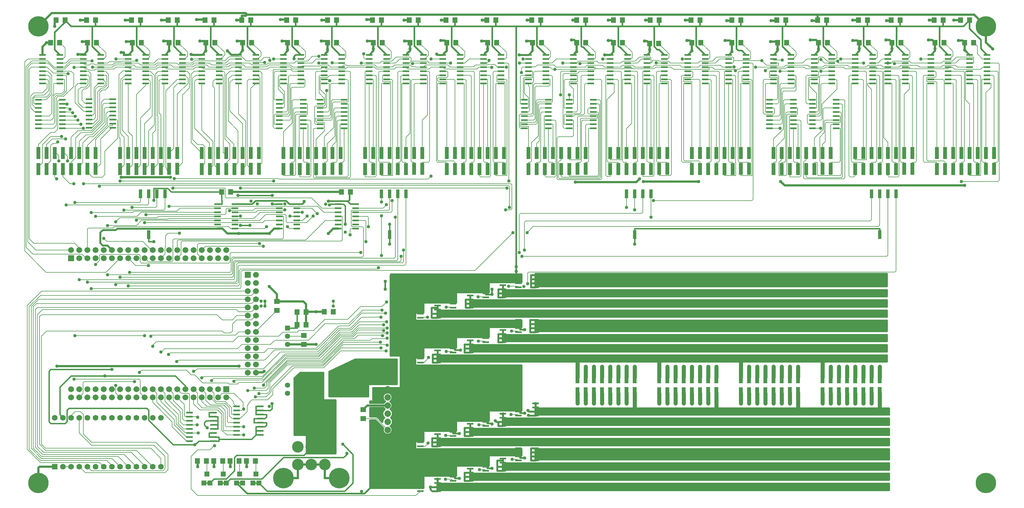
<source format=gbr>
G04 DipTrace 2.3.0.3*
%INTop.gbr*%
%MOIN*%
%ADD13C,0.015*%
%ADD14C,0.007*%
%ADD15C,0.025*%
%ADD16C,0.0236*%
%ADD17C,0.05*%
%ADD18C,0.024*%
%ADD19C,0.02*%
%ADD20R,0.063X0.0709*%
%ADD21R,0.0591X0.0591*%
%ADD22R,0.12X0.12*%
%ADD23C,0.25*%
%ADD25R,0.05X0.145*%
%ADD26C,0.1417*%
%ADD27C,0.252*%
%ADD28R,0.0787X0.0236*%
%ADD29R,0.0709X0.063*%
%ADD30R,0.0394X0.1063*%
%ADD31C,0.072*%
%ADD32R,0.072X0.072*%
%ADD33C,0.064*%
%ADD34R,0.064X0.064*%
%ADD35R,0.0787X0.0787*%
%ADD36C,0.0787*%
%ADD37R,0.07X0.07*%
%ADD38C,0.07*%
%ADD39C,0.04*%
%FSLAX44Y44*%
G04*
G70*
G90*
G75*
G01*
%LNTop*%
%LPD*%
X28940Y5940D2*
D13*
X28192D1*
X28940D2*
X29440Y6440D1*
X33315D1*
X35940Y9065D1*
X43315D1*
X43690Y9440D1*
Y9565D1*
X42313Y17001D2*
X42814D1*
X26940Y5940D2*
X26192D1*
X26940D2*
X27440Y6440D1*
X28940D1*
X29940Y7440D1*
Y9065D1*
X30190Y9315D1*
X38440D1*
X39344Y10219D1*
Y10355D1*
X45690Y14940D2*
D15*
X46190Y15440D1*
X48690D1*
X38440Y22940D2*
X36440D1*
X38440D2*
X39940D1*
Y26940D2*
X40940D1*
X32560Y19470D2*
X32592Y19502D1*
X33440D1*
X33565Y19627D1*
X31389Y8639D2*
X31440Y8588D1*
Y7940D1*
X29389Y8639D2*
X29440Y8588D1*
Y7940D1*
X27389Y8639D2*
X27440Y8588D1*
Y7940D1*
X25389Y8639D2*
X25440Y8588D1*
Y7940D1*
X38690Y25315D2*
Y26878D1*
X38752Y26940D1*
X39940D1*
X8088Y62690D2*
X7940Y62542D1*
Y61940D1*
X7440Y59940D2*
X6940D1*
X6440Y58440D2*
D16*
Y58683D1*
D15*
Y59440D1*
X6940Y59940D1*
X11940D2*
X11815Y60065D1*
X11315D1*
X11440Y58440D2*
D16*
X11807Y58807D1*
D15*
X11940Y58940D1*
Y59940D1*
X16940Y58440D2*
D16*
X17307Y58807D1*
D15*
X17440Y58940D1*
Y59940D1*
X17315Y60065D1*
X16690D1*
X11838Y62690D2*
X11065D1*
X17338D2*
X16565D1*
X21838D2*
X21002D1*
X26338D2*
X26275Y62753D1*
X25315D1*
X30838Y62690D2*
X30190D1*
X30940Y59940D2*
X30752Y60128D1*
X30252D1*
X26440Y59940D2*
X26252Y60128D1*
X25690D1*
X21940Y59940D2*
X21752Y60128D1*
X21252D1*
X30440Y58440D2*
D16*
X30807Y58807D1*
D15*
X30940Y58940D1*
Y59940D1*
X25940Y58440D2*
D16*
X26307Y58807D1*
D15*
X26440Y58940D1*
Y59940D1*
X21440Y58440D2*
D16*
X21807Y58807D1*
D15*
X21940Y58940D1*
Y59940D1*
X41338Y62690D2*
X40627D1*
X46838D2*
X46775Y62753D1*
X46127D1*
X51338Y62690D2*
X50690D1*
X55838D2*
X55252D1*
X60838D2*
X60253D1*
X66338D2*
X65753D1*
X71838D2*
X71378D1*
X76338D2*
X75690D1*
X80838D2*
X80252D1*
X85838D2*
X85128D1*
X90838D2*
X90775Y62628D1*
X90190D1*
X96338Y62690D2*
X96275Y62628D1*
X95627D1*
X101338Y62690D2*
X101275Y62628D1*
X100627D1*
X106338Y62690D2*
X105627D1*
X110338D2*
X110275Y62628D1*
X109752D1*
X115588Y62690D2*
X115003D1*
X118838D2*
X118002D1*
X35940Y58440D2*
D16*
X36307Y58807D1*
D15*
X36440Y58940D1*
Y59940D1*
X36252Y60128D1*
X35752D1*
X40940Y58440D2*
D16*
X41112Y58612D1*
D15*
X41338Y58838D1*
Y59940D1*
X41147Y60131D1*
X40563D1*
X46440Y58440D2*
D16*
X46807Y58807D1*
D15*
X46940Y58940D1*
Y59940D1*
X46749Y60131D1*
X46189D1*
X50940Y58440D2*
D16*
X51112Y58612D1*
D15*
X51440Y58940D1*
Y59940D1*
X51249Y60131D1*
X50752D1*
X55440Y58440D2*
D16*
X55612Y58612D1*
D15*
X55940Y58940D1*
Y59940D1*
X55687Y60193D1*
X55190D1*
X60440Y58440D2*
D16*
X60612Y58612D1*
D15*
X60940Y58940D1*
Y59940D1*
X60749Y60131D1*
X60190D1*
X65940Y58440D2*
D16*
X66307Y58807D1*
D15*
X66440Y58940D1*
Y59940D1*
X66249Y60131D1*
X65691D1*
X71440Y58440D2*
D16*
X71612Y58612D1*
D15*
X71838Y58838D1*
Y59940D1*
X71522Y60256D1*
X71191D1*
X75940Y58440D2*
D16*
X76307Y58807D1*
D15*
X76338Y58838D1*
Y59940D1*
X76084Y60193D1*
X75692D1*
X80440Y58440D2*
D16*
X80755Y58755D1*
D15*
Y59818D1*
X80442Y60131D1*
X80130D1*
X85440Y58440D2*
D16*
X85807Y58807D1*
D15*
X85940Y58940D1*
Y59940D1*
X85687Y60193D1*
X85318D1*
X90440Y58440D2*
D16*
X90807Y58807D1*
D15*
X90838Y58838D1*
Y59940D1*
X90584Y60193D1*
X90006D1*
X95940Y58440D2*
D16*
X96307Y58807D1*
D15*
X96440Y58940D1*
Y59940D1*
X96312Y60068D1*
X95569D1*
X100940Y58440D2*
D16*
X101307Y58807D1*
D15*
X101440Y58940D1*
Y59940D1*
X101124Y60256D1*
X100445D1*
X105940Y58440D2*
D16*
X106307Y58807D1*
D15*
X106440Y58940D1*
Y59940D1*
X106187Y60193D1*
X105633D1*
X109940Y58440D2*
D16*
X110307Y58807D1*
D15*
X110440Y58940D1*
Y59940D1*
X110124Y60256D1*
X109696D1*
X115190Y58440D2*
D16*
X115557Y58807D1*
D15*
X115690Y58940D1*
Y59940D1*
X115374Y60256D1*
X114884D1*
X119940Y58440D2*
D16*
X119573Y58807D1*
D15*
X119339Y59041D1*
Y59940D1*
X119086Y60193D1*
X118571D1*
X16940Y58440D2*
X16401D1*
Y58715D1*
X16076D1*
X22104Y43413D2*
X16076D1*
X35439Y37128D2*
X34800D1*
X34188Y36516D1*
X38690Y26878D2*
Y27870D1*
X38370Y28190D1*
X35127D1*
X35918Y6536D2*
X37690D1*
Y8190D1*
X8215Y20245D2*
X30493D1*
X75940Y58440D2*
X75276D1*
X55440D2*
D16*
X54811D1*
X54715Y58537D1*
X43025Y41628D2*
D15*
X30055D1*
X29479D1*
X96815Y42905D2*
X97285Y42435D1*
X119339D1*
X86761Y42905D2*
X80014D1*
X41417Y36516D2*
X42030Y37128D1*
X42627D1*
X30440Y58440D2*
X29558D1*
X29058Y58940D1*
X65940Y58440D2*
D16*
X64810D1*
X79544Y43225D2*
D15*
X79149Y42830D1*
X71655D1*
X25940Y58440D2*
X24675D1*
X24620Y58495D1*
X7940Y7940D2*
X6080D1*
X5940Y7800D1*
Y5940D1*
X121940Y61940D2*
Y59975D1*
X122756Y59159D1*
X11440Y58440D2*
Y58495D1*
X10776D1*
X27877Y37128D2*
D16*
X15561D1*
X15405Y36973D1*
X13794D1*
X13488Y36667D1*
Y35364D1*
X13794Y35058D1*
X14387D1*
X14940Y34505D1*
X30459Y36516D2*
D15*
X29078D1*
X28465Y37128D1*
X27877D1*
X34188Y36516D2*
X30459D1*
X35127Y28190D2*
Y29085D1*
X34188Y30025D1*
X40997Y8190D2*
Y6536D1*
X42769D1*
X39344Y8190D2*
X40997D1*
X37690D2*
X39344D1*
X29479Y41628D2*
D14*
D3*
X43025D2*
D3*
X101338Y62690D2*
D3*
X36338D2*
D15*
X36272Y62756D1*
X35563D1*
X121940Y61940D2*
X120516Y63364D1*
X101338D1*
X31488D1*
X31348D1*
Y63239D1*
X30838D1*
Y62690D1*
X101338D2*
Y63364D1*
X5940Y61940D2*
X7559Y63559D1*
X31293D1*
X31488Y63364D1*
X6440Y56940D2*
D14*
X5065D1*
X4815Y56690D1*
Y35878D1*
X5378Y35315D1*
X10378D1*
X10940Y34753D1*
Y34505D1*
X11440Y56940D2*
X11690Y56690D1*
X12003D1*
X12128Y56565D1*
X12815D1*
X12940Y56690D1*
X15190D1*
X15440Y56940D1*
X16940D1*
X17190Y56690D1*
X20377D1*
X20627Y56940D1*
X21440D1*
X21690Y56690D1*
X24940D1*
X25190Y56940D1*
X25940D1*
X26190Y56690D1*
X29377D1*
X29627Y56940D1*
X30440D1*
X6440D2*
X7002D1*
X7752Y56190D1*
X9253D1*
X9315Y56128D1*
X9565D1*
X10315Y56877D2*
X10378Y56940D1*
X11440D1*
X30440D2*
X30690Y56690D1*
X34002D1*
X34252Y56940D1*
X35940D1*
X119940D2*
X118427D1*
X118204Y57163D1*
X116705D1*
X116482Y56940D1*
X115190D1*
X65940D2*
X65221D1*
X65081Y56800D1*
Y56245D1*
X75940Y56940D2*
X75233D1*
X75009Y57163D1*
X73116D1*
X72893Y56940D1*
X71440D1*
X80440D2*
X78930D1*
X78707Y57163D1*
X77427D1*
X77204Y56940D1*
X75940D1*
X85440D2*
X84706D1*
X84483Y57163D1*
X81380D1*
X81157Y56940D1*
X80440D1*
X90440D2*
X89650D1*
X89427Y57163D1*
X86973D1*
X86750Y56940D1*
X85440D1*
X91104Y56968D2*
X91076Y56940D1*
X90440D1*
X60440D2*
X61381D1*
X61440Y56880D1*
X95940Y56940D2*
X93740D1*
X100940D2*
X100370D1*
X100146Y57163D1*
X97418D1*
X97195Y56940D1*
X95940D1*
X105940D2*
X105213D1*
X104989Y57163D1*
X102195D1*
X101972Y56940D1*
X100940D1*
X109940D2*
X109361D1*
X109138Y57163D1*
X107489D1*
X107266Y56940D1*
X105940D1*
X115190D2*
X113801D1*
X113578Y57163D1*
X111539D1*
X111316Y56940D1*
X109940D1*
X35940D2*
X35943Y56943D1*
X36750D1*
X37000Y56693D1*
X40501D1*
X40748Y56940D1*
X40940D1*
X41187Y56693D1*
X43501D1*
X43748Y56940D1*
X46440D1*
X46443Y56943D1*
X47064D1*
X47314Y56693D1*
X49502D1*
X49749Y56940D1*
X50940D1*
X51187Y56693D1*
X53752D1*
X53999Y56940D1*
X55440D1*
X55687Y56693D1*
X59628D1*
X59875Y56940D1*
X60440D1*
X65940D2*
X65943Y56943D1*
X66754D1*
X67004Y57193D1*
X69066D1*
X69319Y56940D1*
X71440D1*
X13940Y7940D2*
X13440Y8440D1*
X6190D1*
X4565Y10065D1*
Y27690D1*
X6340Y29465D1*
X31560D1*
X32560D2*
X32035Y28940D1*
X6190D1*
X4815Y27565D1*
Y10065D1*
X6190Y8690D1*
X14315D1*
X14940Y8065D1*
Y7940D1*
X15940D2*
X14940Y8940D1*
X6315D1*
X5065Y10190D1*
Y27565D1*
X5965Y28465D1*
X31560D1*
X32560D2*
X32035Y27940D1*
X5690D1*
X5315Y27565D1*
Y10190D1*
X6315Y9190D1*
X15690D1*
X16940Y7940D1*
X17940D2*
X16440Y9440D1*
X6440D1*
X5565Y10315D1*
Y27190D1*
X5840Y27465D1*
X31560D1*
X32560D2*
X32035Y26940D1*
X30440D1*
X30190Y27190D1*
X6440D1*
X5815Y26565D1*
Y10440D1*
X6565Y9690D1*
X17315D1*
X18940Y8065D1*
Y7940D1*
X19940D2*
X17940Y9940D1*
X6815D1*
X6065Y10690D1*
Y26315D1*
X6315Y26565D1*
X27815D1*
X28440Y25940D1*
X29690D1*
X30215Y26465D1*
X31560D1*
X32560D2*
X32035Y25940D1*
X30190D1*
X29690Y25440D1*
Y24565D1*
X29440Y24315D1*
X28690D1*
X28440Y24565D1*
X6940D1*
X6315Y23940D1*
Y10690D1*
X6815Y10190D1*
X19690D1*
X20940Y8940D1*
Y7940D1*
X19690Y23940D2*
X19815Y24065D1*
X30065D1*
X30465Y24465D1*
X31560D1*
X26491Y8639D2*
X26566Y8564D1*
Y7042D1*
X48690Y12440D2*
X47292Y13838D1*
X45690D1*
X28491Y8639D2*
X28566Y8564D1*
Y7042D1*
X12405Y39085D2*
X17453D1*
X17636Y39268D1*
X22898D1*
X23258Y39628D1*
X27877D1*
X38440Y24042D2*
X38338Y23940D1*
X36440D1*
X30491Y8639D2*
X30566Y8564D1*
Y7042D1*
X32491Y8639D2*
X32566Y8564D1*
Y7042D1*
X12940Y38615D2*
X17995D1*
X18508Y39128D1*
X27877D1*
X15405Y37971D2*
X15909Y38475D1*
X20482D1*
X20635Y38628D1*
X27877D1*
X14405Y37501D2*
X17917D1*
X18573Y38157D1*
X21531D1*
X21559Y38128D1*
X27877D1*
X29339Y39323D2*
X29367Y39352D1*
X32242D1*
X32519Y39628D1*
X35439D1*
X17940Y38170D2*
X18066Y38297D1*
X21797D1*
X21852Y38352D1*
X32316D1*
X33093Y39128D1*
X35439D1*
Y38628D2*
X35938D1*
Y36005D1*
X35798Y35865D1*
X22545D1*
X22405Y35725D1*
Y33185D1*
X22265Y33045D1*
X19400D1*
X18940Y33505D1*
Y37852D2*
X33393D1*
X33669Y38128D1*
X35439D1*
X22405Y42088D2*
X28797D1*
Y41038D1*
X28937Y40898D1*
X39375D1*
X40645Y39628D1*
X42627D1*
Y39128D2*
X40867D1*
X40144Y39851D1*
X21940D1*
X42627Y38628D2*
X43126D1*
Y35725D1*
X42986Y35585D1*
X23545D1*
X23405Y35445D1*
Y33970D1*
X22940Y33505D1*
X42627Y38128D2*
X41064D1*
X38660Y35725D1*
X23080D1*
X22940Y35585D1*
Y34505D1*
X48545Y40043D2*
X48130Y39628D1*
X44753D1*
X81550Y57468D2*
X81578Y57440D1*
X82566D1*
X39557Y38658D2*
X38750Y37852D1*
X36407D1*
X36267Y37992D1*
Y38712D1*
X36127Y38852D1*
X33753D1*
X33029Y38128D1*
X30003D1*
X101745Y57855D2*
X102160Y57440D1*
X103066D1*
X30666Y42098D2*
X63295D1*
X72244Y57358D2*
X72326Y57440D1*
X73566D1*
X30666Y38657D2*
X30638Y38628D1*
X30003D1*
X41909Y57468D2*
X41937Y57440D1*
X43066D1*
X36103Y39433D2*
X36021Y39352D1*
X32772D1*
X32549Y39128D1*
X30003D1*
X17964Y57745D2*
X17882Y57663D1*
X16074D1*
X15991Y57580D1*
X14588D1*
X14448Y57440D1*
X13566D1*
X19100Y38823D2*
X19128Y38852D1*
X28754D1*
X28894Y38992D1*
Y39488D1*
X29034Y39628D1*
X30003D1*
X63535Y42943D2*
Y57300D1*
X63395Y57440D1*
X62566D1*
X40060Y38963D2*
X39395Y39628D1*
X37565D1*
X23566Y57440D2*
X24752D1*
X25002Y57690D1*
X28752D1*
X29252Y58190D1*
X30877D1*
X31377Y57690D1*
X33128D1*
X33565Y58127D1*
X34253D1*
Y57745D1*
Y58127D2*
D3*
X37565Y39128D2*
X38229D1*
X37565Y38628D2*
X36746D1*
Y38658D1*
X32566Y57440D2*
X32628Y57503D1*
X33627D1*
X38839Y38658D2*
X38309Y38128D1*
X37565D1*
X51744Y57358D2*
X51826Y57440D1*
X53066D1*
X49245Y40573D2*
Y39268D1*
X49105Y39128D1*
X44753D1*
X81245Y40573D2*
X93295D1*
X93435Y40713D1*
Y57300D1*
X93295Y57440D1*
X92566D1*
X46330Y37352D2*
Y38488D1*
X46190Y38628D1*
X44753D1*
X110744Y57358D2*
X110826Y57440D1*
X112066D1*
X118944Y42905D2*
X123435D1*
X123575Y43045D1*
Y57300D1*
X123435Y57440D1*
X122066D1*
X46025Y35520D2*
Y37988D1*
X45885Y38128D1*
X44753D1*
X33862Y37350D2*
X33640Y37128D1*
X30003D1*
X36432Y37350D2*
X36654Y37128D1*
X37565D1*
X44090Y36355D2*
Y36988D1*
X44230Y37128D1*
X44753D1*
X42042Y27630D2*
Y28240D1*
X30003Y37128D2*
X29479D1*
X29249Y37358D1*
X15228D1*
X15066Y37196D1*
X12080D1*
X11940Y37056D1*
Y34505D1*
X42042Y26940D2*
D3*
X9940Y7940D2*
X8940D1*
X11940D2*
X12440Y7440D1*
X21190D1*
X21440Y7690D1*
Y9190D1*
X20065Y10565D1*
X12440D1*
X10940Y12065D1*
Y13940D1*
Y7940D2*
X11690Y7190D1*
X21440D1*
X21815Y7565D1*
Y9440D1*
X20315Y10940D1*
X12440D1*
X11440Y11940D1*
Y14315D1*
X11065Y14690D1*
X10440D1*
X9940Y14190D1*
Y13940D1*
X5940Y46385D2*
Y47440D1*
X7440Y48940D1*
X7940D1*
X8315Y49315D1*
Y52753D1*
X8502Y52940D1*
X8853D1*
X38353D2*
X37139D1*
X36999Y52800D1*
Y50052D1*
X35940Y48994D1*
Y46385D1*
X68353Y52940D2*
X66999D1*
X66859Y52800D1*
Y50303D1*
X66719Y50163D1*
X64941D1*
Y49663D1*
X65940D1*
Y46385D1*
X98353Y52940D2*
X97279D1*
X97139Y52800D1*
Y49317D1*
X95940Y48119D1*
Y46385D1*
X18542Y59940D2*
X19565Y58917D1*
Y58190D1*
X19315Y57940D1*
X19066D1*
X27542Y59940D2*
X28753Y58730D1*
Y58440D1*
X28253Y57940D1*
X28066D1*
X48042Y59940D2*
X49127Y58856D1*
Y58068D1*
X48999Y57940D1*
X48566D1*
X57042Y59940D2*
X58128Y58855D1*
Y58193D1*
X57875Y57940D1*
X57566D1*
X77440Y59940D2*
X78630Y58750D1*
Y58068D1*
X78502Y57940D1*
X78066D1*
X87042Y59940D2*
X88131Y58852D1*
Y58068D1*
X88003Y57940D1*
X87566D1*
X107542Y59940D2*
X108633Y58849D1*
Y58131D1*
X108442Y57940D1*
X108066D1*
X116792Y59940D2*
X117884Y58848D1*
Y58318D1*
X117506Y57940D1*
X117316D1*
X5940Y44440D2*
Y44690D1*
X6440Y45190D1*
Y47440D1*
X7440Y48440D1*
X8752D1*
X9440Y52378D2*
X9378Y52440D1*
X8853D1*
X38353D2*
X38852D1*
Y51163D1*
X37575D1*
X37435Y51023D1*
Y43750D1*
X37295Y43610D1*
X35940D1*
Y44440D1*
X68353Y52440D2*
X67279D1*
X67139Y52300D1*
Y48490D1*
X66295Y47646D1*
Y45410D1*
X66155Y45270D1*
X65940D1*
Y44440D1*
X98353Y52440D2*
X97419D1*
X97279Y52300D1*
Y48212D1*
X96295Y47229D1*
Y45410D1*
X96155Y45270D1*
X95940D1*
Y44440D1*
X8542Y59940D2*
X9190Y59292D1*
Y58190D1*
X8940Y57940D1*
X8566D1*
X37542Y59940D2*
X38628Y58855D1*
Y58190D1*
X38378Y57940D1*
X38066D1*
X67542Y59940D2*
X68629Y58854D1*
Y58193D1*
X68376Y57940D1*
X68066D1*
X97542Y59940D2*
X98694Y58788D1*
Y58318D1*
X98316Y57940D1*
X98066D1*
X19066Y57440D2*
X20065D1*
X20565Y57940D1*
X21440D1*
X28066Y57440D2*
X28877D1*
X29377Y57940D1*
X30440D1*
X50940D2*
X50160D1*
X49660Y57440D1*
X48566D1*
X60440Y57940D2*
X58655D1*
X58155Y57440D1*
X57566D1*
X80440Y57940D2*
X79781D1*
X79281Y57440D1*
X78066D1*
X90440Y57940D2*
X89337D1*
X88837Y57440D1*
X87566D1*
X109940Y57940D2*
X109222D1*
X108722Y57440D1*
X108066D1*
X119940Y57940D2*
X118719D1*
X118219Y57440D1*
X117316D1*
X8566D2*
X9315D1*
X9815Y57940D1*
X11440D1*
X38066Y57440D2*
X39463D1*
X39963Y57940D1*
X40940D1*
X71440D2*
X69349D1*
X68849Y57440D1*
X68066D1*
X100940Y57940D2*
X100001D1*
X99501Y57440D1*
X98066D1*
X23042Y59940D2*
X24190Y58792D1*
Y58253D1*
X23877Y57940D1*
X23566D1*
X32042Y59940D2*
X33190Y58792D1*
Y58315D1*
X32815Y57940D1*
X32566D1*
X52542Y59940D2*
X53690Y58793D1*
Y58381D1*
X53249Y57940D1*
X53066D1*
X62042Y59940D2*
X63253Y58729D1*
Y58131D1*
X63063Y57940D1*
X62566D1*
X81857Y59818D2*
X83130Y58545D1*
Y58068D1*
X83002Y57940D1*
X82566D1*
X91940Y59940D2*
X93131Y58749D1*
Y58006D1*
X93066Y57940D1*
X92566D1*
X111542Y59940D2*
X112633Y58849D1*
Y58193D1*
X112380Y57940D1*
X112066D1*
X120441Y59940D2*
X120884Y59497D1*
Y58568D1*
X121512Y57940D1*
X122066D1*
X13566D2*
X13940D1*
X14190Y58190D1*
Y58690D1*
X13042Y59838D1*
Y59940D1*
X42440D2*
X43564Y58816D1*
Y58131D1*
X43373Y57940D1*
X43066D1*
X72940Y59940D2*
X74129Y58751D1*
Y58068D1*
X74001Y57940D1*
X73566D1*
X102542Y59940D2*
X103695Y58787D1*
Y58068D1*
X103567Y57940D1*
X103066D1*
X16940Y56440D2*
X16877Y56503D1*
X16315D1*
X15815Y56003D1*
Y48315D1*
X15940Y48190D1*
Y46385D1*
X25940D2*
X24628Y47697D1*
Y56065D1*
X25002Y56440D1*
X25940D1*
X46440D2*
X45940D1*
Y46385D1*
X55440Y56440D2*
X55939D1*
X56079Y56300D1*
Y55803D1*
X55939Y55663D1*
X54941D1*
X54801Y55523D1*
Y55303D1*
X54941Y55163D1*
X55940D1*
Y46385D1*
X75940Y56440D2*
X77155D1*
X77295Y56300D1*
Y45555D1*
X75940D1*
Y46385D1*
X85440Y56440D2*
X85939D1*
X86079Y56300D1*
Y55803D1*
X85939Y55663D1*
X84941D1*
Y55163D1*
X85940D1*
Y46385D1*
X105940Y56440D2*
X107155D1*
X107295Y56300D1*
Y45555D1*
X105940D1*
Y46385D1*
X115190Y56440D2*
X115689D1*
X115829Y56300D1*
Y55803D1*
X115689Y55663D1*
X114691D1*
Y55163D1*
X115800D1*
X115940Y55023D1*
Y46385D1*
X15940Y44440D2*
X16440Y44940D1*
Y48315D1*
X16002Y48753D1*
Y55377D1*
X16565Y55940D1*
X16940D1*
X25940D2*
X25190D1*
X24815Y55565D1*
Y48065D1*
X25440Y47440D1*
X26065D1*
X26315Y47190D1*
Y45128D1*
X25940Y44753D1*
Y44440D1*
X46440Y55940D2*
X47155D1*
X47295Y55800D1*
Y43610D1*
X47155Y43470D1*
X45940D1*
Y44440D1*
X55440Y55940D2*
X54801D1*
X54661Y55800D1*
Y45410D1*
X54801Y45270D1*
X55940D1*
Y44440D1*
X75940Y55940D2*
X75406D1*
Y43670D1*
X75546Y43530D1*
X75940D1*
Y44440D1*
X85440Y55940D2*
X84801D1*
X84661Y55800D1*
Y45410D1*
X84801Y45270D1*
X85940D1*
Y44440D1*
X105940Y55940D2*
X105301D1*
X105161Y55800D1*
Y43610D1*
X105301Y43470D1*
X105800D1*
X105940Y43610D1*
Y44440D1*
X115190Y55940D2*
X114411D1*
X114271Y55800D1*
Y45410D1*
X114411Y45270D1*
X115940D1*
Y44440D1*
X16940Y55440D2*
X16377D1*
X16190Y55253D1*
Y49190D1*
X16940Y48440D1*
Y46385D1*
X26940D2*
X26877Y46448D1*
Y47628D1*
X25065Y49440D1*
Y55190D1*
X25315Y55440D1*
X25940D1*
X46440D2*
X46940D1*
Y46385D1*
X55440Y55440D2*
X56800D1*
X56940Y55300D1*
Y46385D1*
X75940Y55440D2*
X76800D1*
X76940Y55300D1*
Y46385D1*
X85440Y55440D2*
X86800D1*
X86940Y55300D1*
Y46385D1*
X105940Y55440D2*
X106800D1*
X106940Y55300D1*
Y46385D1*
X115190Y55440D2*
X116677D1*
X116817Y55300D1*
Y46385D1*
X116940D1*
X16940Y44440D2*
X17440Y44940D1*
Y48502D1*
X16940Y49002D1*
Y54940D1*
X26940Y44440D2*
X27315Y44815D1*
Y47815D1*
X25940Y49190D1*
Y54940D1*
X46440D2*
Y45410D1*
X46580Y45270D1*
X46940D1*
Y44440D1*
X55440Y54940D2*
X54801D1*
Y45550D1*
X54941Y45410D1*
X56800D1*
X56940Y45270D1*
Y44440D1*
X75940Y54940D2*
X76439D1*
Y53817D1*
X75546Y52925D1*
Y45410D1*
X75686Y45270D1*
X76940D1*
Y44440D1*
X85440Y54940D2*
X84941D1*
Y45550D1*
X85081Y45410D1*
X86800D1*
X86940Y45270D1*
Y44440D1*
X105940Y54940D2*
X105441D1*
Y45410D1*
X105581Y45270D1*
X106940D1*
Y44440D1*
X115190Y54940D2*
X114691D1*
Y45550D1*
X114831Y45410D1*
X116800D1*
X116940Y45270D1*
Y44440D1*
X17940Y46390D2*
Y53565D1*
X19066Y54691D1*
Y54940D1*
X27940Y46390D2*
X28066Y46516D1*
Y54940D1*
X48566D2*
X47940D1*
Y46390D1*
X57566Y54940D2*
X58065D1*
Y46390D1*
X57940D1*
X78066Y54940D2*
X78565D1*
Y50023D1*
X77940Y49399D1*
Y46390D1*
X87566Y54940D2*
X88065D1*
Y46390D1*
X87940D1*
X108066Y54940D2*
X107435D1*
Y54689D1*
X107940Y54184D1*
Y46390D1*
X117316Y54940D2*
X117940D1*
Y46390D1*
X17940Y44440D2*
X18440Y44940D1*
Y50690D1*
X19627Y51877D1*
Y55190D1*
X19378Y55440D1*
X19066D1*
X27940Y44440D2*
X27503Y44877D1*
Y54377D1*
X27315Y54565D1*
Y55190D1*
X27565Y55440D1*
X28066D1*
X48566D2*
X49155D1*
X49295Y55300D1*
Y43610D1*
X47940D1*
Y44440D1*
X57566Y55440D2*
X58155D1*
X58295Y55300D1*
Y45410D1*
X58155Y45270D1*
X57940D1*
Y44440D1*
X78066Y55440D2*
X77435D1*
Y45410D1*
X77575Y45270D1*
X77940D1*
Y44440D1*
X87566Y55440D2*
X88155D1*
X88295Y55300D1*
Y45410D1*
X88155Y45270D1*
X87940D1*
Y44440D1*
X108066Y55440D2*
X108565D1*
Y45410D1*
X108425Y45270D1*
X107940D1*
Y44440D1*
X117316Y55440D2*
X118155D1*
X118295Y55300D1*
Y45410D1*
X118155Y45270D1*
X117940D1*
Y44440D1*
X19066Y55940D2*
X19753D1*
X19878Y55815D1*
Y50940D1*
X18940Y50003D1*
Y46390D1*
X28940D2*
X28565D1*
Y55690D1*
X28315Y55940D1*
X28066D1*
X48566D2*
X48067D1*
Y55163D1*
X49065D1*
Y46390D1*
X48940D1*
X57566Y55940D2*
X58800D1*
X58940Y55800D1*
Y46390D1*
X78066Y55940D2*
X78800D1*
X78940Y55800D1*
Y46390D1*
X87566Y55940D2*
X88800D1*
X88940Y55800D1*
Y46390D1*
X108066Y55940D2*
X108800D1*
X108940Y55800D1*
Y46390D1*
X117316Y55940D2*
X118800D1*
X118940Y55800D1*
Y46390D1*
X18940Y44440D2*
X19440Y44940D1*
Y49128D1*
X20127Y49815D1*
Y55940D1*
X19628Y56440D1*
X19066D1*
X28066D2*
X28565D1*
X28753Y56253D1*
Y48127D1*
X29377Y47503D1*
Y45627D1*
X28940Y45190D1*
Y44440D1*
X48566Y56440D2*
X47725D1*
X47585Y56300D1*
Y45410D1*
X47725Y45270D1*
X48940D1*
Y44440D1*
X57566Y56440D2*
X59155D1*
X59295Y56300D1*
Y45410D1*
X59155Y45270D1*
X58940D1*
Y44440D1*
X78066Y56440D2*
X79155D1*
X79295Y56300D1*
Y45410D1*
X79155Y45270D1*
X78940D1*
Y44440D1*
X87566Y56440D2*
X89155D1*
X89295Y56300D1*
Y45410D1*
X89155Y45270D1*
X88940D1*
Y44440D1*
X108066Y56440D2*
X109155D1*
X109295Y56300D1*
Y45410D1*
X109155Y45270D1*
X108940D1*
Y44440D1*
X117316Y56440D2*
X119155D1*
X119295Y56300D1*
Y45410D1*
X119155Y45270D1*
X118940D1*
Y44440D1*
X21440Y56440D2*
X21377Y56377D1*
X20565D1*
X20315Y56128D1*
Y49190D1*
X19940Y48815D1*
Y46390D1*
X29940D2*
X29877Y46453D1*
Y47503D1*
X28940Y48440D1*
Y56003D1*
X29377Y56440D1*
X30440D1*
X50940D2*
X50080D1*
X49940Y56300D1*
Y46390D1*
X60440Y56440D2*
X59940D1*
Y46390D1*
X80440Y56440D2*
X79940D1*
Y46390D1*
X90440Y56440D2*
X89940D1*
Y46390D1*
X109940Y56440D2*
X109435D1*
Y48247D1*
X109940Y47742D1*
Y46390D1*
X119940Y56440D2*
X119435D1*
Y52926D1*
X119940Y52421D1*
Y46390D1*
X19940Y44440D2*
X20565Y45065D1*
Y50940D1*
X20502Y51003D1*
Y55752D1*
X20690Y55940D1*
X21440D1*
X30440D2*
X29628D1*
X29190Y55502D1*
Y50315D1*
X30378Y49128D1*
Y45190D1*
X29940Y44752D1*
Y44440D1*
X50940Y55940D2*
X50435D1*
X50295Y55800D1*
Y45410D1*
X50155Y45270D1*
X49940D1*
Y44440D1*
X60440Y55940D2*
X61155D1*
X61295Y55800D1*
Y43610D1*
X61155Y43470D1*
X60080D1*
X59940Y43610D1*
Y44440D1*
X80440Y55940D2*
X81155D1*
X81295Y55800D1*
Y43670D1*
X81155Y43530D1*
X79940D1*
Y44440D1*
X90440Y55940D2*
X91155D1*
X91295Y55800D1*
Y43610D1*
X89940D1*
Y44440D1*
X109940Y55940D2*
X111155D1*
X111295Y55800D1*
Y43610D1*
X111155Y43470D1*
X110080D1*
X109940Y43610D1*
Y44440D1*
X119940Y55940D2*
X121155D1*
X121295Y55800D1*
Y43610D1*
X119940D1*
Y44440D1*
X21440Y55440D2*
X20878D1*
X20690Y55252D1*
Y51315D1*
X20940Y51065D1*
Y46390D1*
X30440Y55440D2*
X29752D1*
X29377Y55065D1*
Y51565D1*
X30940Y50003D1*
Y46390D1*
X50940Y55440D2*
X51439D1*
Y48839D1*
X50940Y48340D1*
Y46390D1*
X60440Y55440D2*
X60940D1*
Y46390D1*
X80440Y55440D2*
X80940D1*
Y46390D1*
X90440Y55440D2*
X90940D1*
Y46390D1*
X109940Y55440D2*
X110800D1*
X110940Y55300D1*
Y46390D1*
X119940Y55440D2*
X120800D1*
X120940Y55300D1*
Y46390D1*
X20940Y44440D2*
X21315Y44815D1*
Y54940D1*
X21440D1*
X30940Y44440D2*
X31315Y44815D1*
Y50315D1*
X30440Y51190D1*
Y54940D1*
X50940D2*
X50435D1*
Y45410D1*
X50575Y45270D1*
X50940D1*
Y44440D1*
X60440Y54940D2*
Y45410D1*
X60580Y45270D1*
X60940D1*
Y44440D1*
X80440Y54940D2*
Y45410D1*
X80580Y45270D1*
X80940D1*
Y44440D1*
X90440Y54940D2*
Y45410D1*
X90580Y45270D1*
X90940D1*
Y44440D1*
X109940Y54940D2*
X110439D1*
Y45410D1*
X110579Y45270D1*
X110940D1*
Y44440D1*
X119940Y54940D2*
X120439D1*
Y45410D1*
X120579Y45270D1*
X120940D1*
Y44440D1*
X21940Y46385D2*
X22503Y46948D1*
Y54440D1*
X23003Y54940D1*
X23566D1*
X32566D2*
X31940Y54314D1*
Y46385D1*
X53066Y54940D2*
X52080D1*
X51940Y54800D1*
Y46385D1*
X62566Y54940D2*
X61940D1*
Y46385D1*
X82566Y54940D2*
X81940D1*
Y46385D1*
X92566Y54940D2*
X91940D1*
Y46385D1*
X112066Y54940D2*
X112565D1*
Y54222D1*
X111940Y53598D1*
Y46385D1*
X122066Y54940D2*
X122565D1*
Y54441D1*
X121940Y53816D1*
Y46385D1*
X21940Y44445D2*
X21907Y43714D1*
X21532Y44709D1*
Y54032D1*
X22940Y55440D1*
X23566D1*
X31940Y44445D2*
X31502Y44883D1*
Y55252D1*
X31690Y55440D1*
X32566D1*
X53066D2*
X51719D1*
X51579Y55300D1*
Y45415D1*
X51719Y45275D1*
X51940D1*
Y44445D1*
X62566Y55440D2*
X63155D1*
X63295Y55300D1*
Y43610D1*
X61940D1*
Y44445D1*
X82566Y55440D2*
X83295D1*
X83435Y55300D1*
Y43755D1*
X83295Y43615D1*
X81940D1*
Y44445D1*
X92566Y55440D2*
X93155D1*
X93295Y55300D1*
Y43615D1*
X91940D1*
Y44445D1*
X112066Y55440D2*
X111435D1*
Y45415D1*
X111575Y45275D1*
X111940D1*
Y44445D1*
X122066Y55440D2*
X121435D1*
Y45415D1*
X121575Y45275D1*
X121940D1*
Y44445D1*
X22940Y46390D2*
Y53628D1*
X24252Y54940D1*
Y55565D1*
X23877Y55940D1*
X23566D1*
X32940Y46390D2*
X33065Y46515D1*
Y55628D1*
X32753Y55940D1*
X32566D1*
X53066D2*
X53565D1*
Y51049D1*
X52940Y50424D1*
Y46390D1*
X62566Y55940D2*
X62067D1*
Y55163D1*
X63065D1*
Y46390D1*
X62940D1*
X82566Y55940D2*
X82067D1*
Y55163D1*
X83065D1*
Y46390D1*
X82940D1*
X92566Y55940D2*
X92067D1*
Y55163D1*
X93065D1*
Y46390D1*
X92940D1*
X112066Y55940D2*
X112800D1*
X112940Y55800D1*
Y46390D1*
X122066Y55940D2*
X122800D1*
X122940Y55800D1*
Y46390D1*
X23566Y56440D2*
X24128D1*
X24440Y56128D1*
Y54378D1*
X23565Y53503D1*
Y45190D1*
X22940Y44565D1*
Y44445D1*
X32566Y56440D2*
X33065D1*
X33315Y56190D1*
Y45190D1*
X32940Y44815D1*
Y44445D1*
X53066Y56440D2*
X53705D1*
X53845Y56300D1*
Y45415D1*
X53705Y45275D1*
X52940D1*
Y44445D1*
X62566Y56440D2*
X61725D1*
X61585Y56300D1*
Y45415D1*
X61725Y45275D1*
X62940D1*
Y44445D1*
X82566Y56440D2*
X81725D1*
X81585Y56300D1*
Y45415D1*
X81725Y45275D1*
X82940D1*
Y44445D1*
X92566Y56440D2*
X91725D1*
X91585Y56300D1*
Y45415D1*
X91725Y45275D1*
X92940D1*
Y44445D1*
X112066Y56440D2*
X113295D1*
X113435Y56300D1*
Y45415D1*
X113295Y45275D1*
X112940D1*
Y44445D1*
X122066Y56440D2*
X123295D1*
X123435Y56300D1*
Y45415D1*
X123295Y45275D1*
X122940D1*
Y44445D1*
X6940Y46385D2*
Y47440D1*
X7628Y48128D1*
X9253D1*
X9815Y51752D2*
X9627Y51940D1*
X8853D1*
X38353D2*
X37279D1*
X37139Y51800D1*
Y46385D1*
X36940D1*
X68353Y51940D2*
X67419D1*
X67279Y51800D1*
Y47907D1*
X66940Y47569D1*
Y46385D1*
X98353Y51940D2*
X98852D1*
Y51163D1*
X97699D1*
X97559Y51023D1*
Y43750D1*
X97419Y43610D1*
X96585D1*
Y45270D1*
X96725Y45410D1*
X96800D1*
X96940Y45550D1*
Y46385D1*
X6940Y44440D2*
Y44940D1*
X7440Y45440D1*
Y47315D1*
X7690Y47565D1*
X8128D1*
X8315Y47752D1*
X10127Y51315D2*
X10002Y51440D1*
X8853D1*
X38353D2*
X37435D1*
X37295Y51300D1*
Y45410D1*
X37155Y45270D1*
X36940D1*
Y44440D1*
X68353Y51440D2*
X67559D1*
X67419Y51300D1*
Y45410D1*
X67279Y45270D1*
X66940D1*
Y44440D1*
X98353Y51440D2*
X97559D1*
X97419Y51300D1*
Y45410D1*
X97279Y45270D1*
X96940D1*
Y44440D1*
X7940Y46390D2*
X8115D1*
X8440Y46065D1*
Y45440D1*
X10440Y50877D2*
X10627D1*
Y50940D1*
X8853D1*
X38353D2*
X37855D1*
Y46390D1*
X37940D1*
X68353Y50940D2*
X67855D1*
Y46390D1*
X67940D1*
X98353Y50940D2*
X97855D1*
Y46390D1*
X97940D1*
X7940Y44440D2*
Y43440D1*
X8167Y43213D1*
X10752Y50440D2*
X8853D1*
X38353D2*
X39155D1*
X39295Y50300D1*
Y43610D1*
X39155Y43470D1*
X37940D1*
Y44440D1*
X68353Y50440D2*
X69155D1*
X69295Y50300D1*
Y43610D1*
X69155Y43470D1*
X68080D1*
X67940Y43610D1*
Y44440D1*
X98353Y50440D2*
X99155D1*
X99295Y50300D1*
Y43610D1*
X99155Y43470D1*
X97940D1*
Y44440D1*
X8940Y46390D2*
X9115D1*
X9503Y46002D1*
Y45440D1*
X11127Y49940D2*
X8853D1*
X38353D2*
X38940D1*
Y46390D1*
X68353Y49940D2*
X68940D1*
Y46390D1*
X98353Y49940D2*
X98940D1*
Y46390D1*
X8940Y44440D2*
Y43502D1*
X9815Y42627D1*
X10252D1*
X11440Y49440D2*
X8853D1*
X38353D2*
Y45410D1*
X38493Y45270D1*
X38940D1*
Y44440D1*
X68353Y49440D2*
Y45410D1*
X68493Y45270D1*
X68940D1*
Y44440D1*
X98353Y49440D2*
Y45410D1*
X98493Y45270D1*
X98940D1*
Y44440D1*
X6440Y56440D2*
X7065D1*
X7565Y55940D1*
Y53627D1*
X6878Y52940D1*
X5940D1*
X35940Y56440D2*
X34941D1*
X34801Y56300D1*
Y52940D1*
X35440D1*
X65940Y56440D2*
X66439D1*
Y55663D1*
X65441D1*
X65301Y55523D1*
Y52940D1*
X65440D1*
X95940Y56440D2*
X95441D1*
Y55663D1*
X96439D1*
Y53080D1*
X96299Y52940D1*
X95440D1*
X6440Y55940D2*
X7128D1*
X7378Y55690D1*
Y53690D1*
X6940Y53252D1*
X5502D1*
X5378Y53128D1*
Y52502D1*
X5440Y52440D1*
X5940D1*
X35940Y55940D2*
X35441D1*
X35301Y55800D1*
Y54236D1*
X35939Y53598D1*
Y52440D1*
X35440D1*
X65940Y55940D2*
X65081D1*
X64941Y55800D1*
Y52440D1*
X65440D1*
X95940Y55940D2*
X96439D1*
X96579Y55800D1*
Y52580D1*
X96439Y52440D1*
X95440D1*
X6440Y55440D2*
X7003D1*
X7190Y55253D1*
Y54065D1*
X6627Y53502D1*
X5565D1*
X5190Y53128D1*
Y52315D1*
X5565Y51940D1*
X5940D1*
X35940Y55440D2*
X35441D1*
Y54577D1*
X36079Y53939D1*
Y52080D1*
X35939Y51940D1*
X35440D1*
X65940Y55440D2*
X65441D1*
Y53702D1*
X65939Y53205D1*
Y51940D1*
X65440D1*
X95940Y55440D2*
X94801D1*
X94661Y55300D1*
Y51303D1*
X94801Y51163D1*
X95939D1*
X96079Y51303D1*
Y51800D1*
X95939Y51940D1*
X95440D1*
X6440Y54940D2*
X6940D1*
X7002Y54877D1*
Y54315D1*
X6440Y53752D1*
X5377D1*
X5002Y53377D1*
Y51940D1*
X5502Y51440D1*
X5940D1*
X35940Y54940D2*
X36439D1*
Y51580D1*
X36299Y51440D1*
X35440D1*
X65940Y54940D2*
Y54646D1*
X66079Y54508D1*
Y51580D1*
X65939Y51440D1*
X65440D1*
X95940Y54940D2*
X95081D1*
X94941Y54800D1*
Y51440D1*
X95440D1*
X5940Y50940D2*
X7253D1*
X7565Y51252D1*
Y53378D1*
X7752Y53565D1*
Y53627D1*
X7815Y53690D1*
Y54878D1*
X7877Y54940D1*
X8566D1*
X35440Y50940D2*
X36579D1*
X36719Y51080D1*
Y54800D1*
X36859Y54940D1*
X38066D1*
X68066D2*
X66719D1*
X66579Y54800D1*
Y51080D1*
X66439Y50940D1*
X65440D1*
X98066Y54940D2*
X96859D1*
X96719Y54800D1*
Y51080D1*
X96579Y50940D1*
X95440D1*
X8566Y55440D2*
X9127D1*
Y54002D1*
X8815Y53690D1*
X8065D1*
X7752Y53377D1*
Y50690D1*
X7502Y50440D1*
X5940D1*
X38066Y55440D2*
X38565D1*
Y54607D1*
X38425Y54466D1*
X36999D1*
X36859Y54326D1*
Y50580D1*
X36719Y50440D1*
X35440D1*
X68066Y55440D2*
X68565D1*
Y54717D1*
X68425Y54577D1*
X66859D1*
X66719Y54437D1*
Y50580D1*
X66579Y50440D1*
X65440D1*
X98066Y55440D2*
X98565D1*
Y54493D1*
X98425Y54353D1*
X96999D1*
X96859Y54213D1*
Y50580D1*
X96719Y50440D1*
X95440D1*
X5940Y49940D2*
X7752D1*
X7940Y50128D1*
Y53252D1*
X8190Y53502D1*
X8877D1*
X9378Y54003D1*
Y55815D1*
X9253Y55940D1*
X8566D1*
X38066D2*
X36719D1*
X36579Y55800D1*
Y51303D1*
X36439Y51163D1*
X34941D1*
X34801Y51023D1*
Y49940D1*
X35440D1*
X68066Y55940D2*
X68712D1*
X68852Y55800D1*
Y52663D1*
X67139D1*
X66999Y52523D1*
Y50080D1*
X66859Y49940D1*
X65440D1*
X98066Y55940D2*
X98565D1*
X98705Y55800D1*
Y54119D1*
X98565Y53979D1*
X97139D1*
X96999Y53839D1*
Y50080D1*
X96859Y49940D1*
X95440D1*
X8566Y56440D2*
X9940D1*
X10252Y56128D1*
Y54565D1*
X9002Y53315D1*
X8315D1*
X8127Y53127D1*
Y49752D1*
X7815Y49440D1*
X5940D1*
X38066Y56440D2*
X37054D1*
X36831Y56663D1*
X34801D1*
X34661Y56523D1*
Y49580D1*
X34801Y49440D1*
X35440D1*
X68066Y56440D2*
X66719D1*
X66579Y56300D1*
Y55150D1*
X66439Y55010D1*
Y51303D1*
X66299Y51163D1*
X64941D1*
X64801Y51023D1*
Y49580D1*
X64941Y49440D1*
X65440D1*
X96719D2*
X95440D1*
X96719Y56412D2*
X96747Y56440D1*
X98066D1*
X11440D2*
X12065D1*
X12377Y56128D1*
Y53003D1*
X12128D1*
X40940Y56440D2*
X40005D1*
X39865Y56300D1*
Y52940D1*
X40440D1*
X69856Y53528D2*
Y56300D1*
X69996Y56440D1*
X71440D1*
X70940Y53528D2*
Y52940D1*
X100940Y56440D2*
X101439D1*
Y55663D1*
X100331D1*
X100191Y55523D1*
Y52940D1*
X100690D1*
X11440Y55940D2*
X12003D1*
X12190Y55753D1*
Y54627D1*
X11815Y54252D1*
X11502D1*
X11252Y54002D1*
Y52878D1*
X11628Y52503D1*
X12128D1*
X40940Y55940D2*
X40441D1*
X40301Y55800D1*
Y53744D1*
X40939Y53107D1*
Y52440D1*
X40440D1*
X71440Y55940D2*
X71939D1*
Y55163D1*
X70941D1*
Y54759D1*
X71439Y54261D1*
Y52440D1*
X70940D1*
X100940Y55940D2*
X100051D1*
X99911Y55800D1*
Y52580D1*
X100051Y52440D1*
X100690D1*
X11440Y55440D2*
X12003D1*
Y54753D1*
X11720Y54470D1*
X11157D1*
X10815Y54128D1*
Y52565D1*
X11378Y52003D1*
X12128D1*
X41219Y54048D2*
Y52080D1*
X41079Y51940D1*
X40440D1*
X41604Y55245D2*
X41409Y55440D1*
X40940D1*
X71440D2*
X70441D1*
X70301Y55300D1*
Y51940D1*
X70940D1*
X100940Y55440D2*
X100331D1*
Y54577D1*
X101189Y53719D1*
Y51940D1*
X100690D1*
X11440Y54940D2*
X10815D1*
X10440Y54565D1*
Y52565D1*
X11503Y51503D1*
X12128D1*
X40940Y54940D2*
X41524D1*
Y51580D1*
X41384Y51440D1*
X40440D1*
X70940D2*
X71799D1*
X71939Y51580D1*
Y54940D1*
X71440D1*
X100940D2*
X101439D1*
Y51580D1*
X101299Y51440D1*
X100690D1*
X12128Y51003D2*
X12190Y51065D1*
X12627D1*
X12752Y51190D1*
Y54377D1*
X13315Y54940D1*
X13566D1*
X43066D2*
X41804D1*
X41664Y54800D1*
Y51080D1*
X41524Y50940D1*
X40440D1*
X70940D2*
X71509D1*
X71649Y51080D1*
X72647D1*
X72787Y51220D1*
Y54800D1*
X72927Y54940D1*
X73566D1*
X103066D2*
X101859D1*
X101719Y54800D1*
Y51080D1*
X101579Y50940D1*
X100690D1*
X12128Y50503D2*
X12690D1*
X12940Y50752D1*
Y54253D1*
X13252Y54565D1*
X13940D1*
X14128Y54753D1*
Y55127D1*
X13815Y55440D1*
X13566D1*
X43066D2*
X43712D1*
X43852Y55300D1*
Y52663D1*
X42084D1*
X41944Y52523D1*
Y50580D1*
X41804Y50440D1*
X40440D1*
X70940D2*
X71439D1*
Y48516D1*
X71299Y48376D1*
X69575D1*
X69435Y48236D1*
Y43275D1*
X69575Y43135D1*
X74772D1*
X74912Y43275D1*
Y55300D1*
X74772Y55440D1*
X73566D1*
X103066D2*
X103565D1*
X103705Y55300D1*
Y54231D1*
X101859Y52385D1*
Y50580D1*
X101719Y50440D1*
X100690D1*
X13566Y55940D2*
X14190D1*
X14315Y55815D1*
Y54690D1*
X13993Y54368D1*
X13681D1*
X13190Y53877D1*
Y50565D1*
X12628Y50003D1*
X12128D1*
X43066Y55940D2*
X41602D1*
X41325Y55663D1*
X40441D1*
Y54203D1*
X41079Y53566D1*
Y52303D1*
X40939Y52163D1*
X39865D1*
X39725Y52023D1*
Y50080D1*
X39865Y49940D1*
X40440D1*
X73566Y55940D2*
X72512D1*
X72372Y55800D1*
Y51360D1*
X72232Y51220D1*
X71467D1*
X71410Y51163D1*
X70441D1*
X70301Y51023D1*
Y49940D1*
X70940D1*
X103066Y55940D2*
X101719D1*
X101579Y55800D1*
Y51303D1*
X101439Y51163D1*
X100191D1*
X100051Y51023D1*
Y50080D1*
X100191Y49940D1*
X100690D1*
X12128Y49503D2*
X12503D1*
X13440Y50440D1*
Y53815D1*
X13752Y54128D1*
X14127D1*
X14502Y54503D1*
Y56065D1*
X14127Y56440D1*
X13566D1*
X43066D2*
X43992D1*
X44132Y56300D1*
Y43470D1*
X43992Y43330D1*
X39725D1*
X39585Y43470D1*
Y49300D1*
X39725Y49440D1*
X40440D1*
X73566Y56440D2*
X72216D1*
X71939Y56163D1*
X70301D1*
X70161Y56023D1*
Y49580D1*
X70301Y49440D1*
X70940D1*
X101694D2*
X100690D1*
X101744Y56412D2*
X101772Y56440D1*
X103066D1*
X9940Y46390D2*
Y48315D1*
X10753Y49128D1*
X12440D1*
X13628Y50315D1*
Y52628D1*
X14003Y53003D1*
X15041D1*
X43353Y52940D2*
X41944D1*
X41804Y52800D1*
Y50803D1*
X41664Y50663D1*
X39865D1*
Y50303D1*
X40005Y50163D1*
X40939D1*
Y49077D1*
X39940Y48078D1*
Y46390D1*
X73853Y52940D2*
X74632D1*
X74772Y52800D1*
Y43415D1*
X74632Y43275D1*
X69715D1*
X69575Y43415D1*
Y45275D1*
X69715Y45415D1*
X69800D1*
X69940Y45555D1*
Y46390D1*
X103603Y52940D2*
X104522D1*
X104662Y52800D1*
Y43350D1*
X104522Y43210D1*
X99725D1*
X99585Y43350D1*
Y45275D1*
X99725Y45415D1*
X99800D1*
X99940Y45555D1*
Y46390D1*
X15041Y52503D2*
X14003D1*
X13815Y52315D1*
Y50253D1*
X12440Y48878D1*
X11128D1*
X10503Y48252D1*
Y45815D1*
X9940Y45253D1*
Y44440D1*
X43353Y52440D2*
X43852D1*
Y43610D1*
X43712Y43470D1*
X39940D1*
Y44440D1*
X73853Y52440D2*
X74492D1*
X74632Y52300D1*
Y43555D1*
X74492Y43415D1*
X70080D1*
X69940Y43555D1*
Y44440D1*
X103603Y52440D2*
X104242D1*
X104382Y52300D1*
Y43490D1*
X104242Y43350D1*
X100080D1*
X99940Y43490D1*
Y44440D1*
X10940Y46390D2*
Y47815D1*
X11753Y48628D1*
X12503D1*
X14002Y50127D1*
Y51815D1*
X14190Y52003D1*
X15041D1*
X43353Y51940D2*
X42224D1*
X42084Y51800D1*
Y49521D1*
X40940Y48377D1*
Y46390D1*
X73853Y51940D2*
X73355D1*
X73215Y51800D1*
Y51303D1*
X73355Y51163D1*
X74352D1*
Y50663D1*
X72435D1*
X72295Y50523D1*
Y45555D1*
X70940D1*
Y46390D1*
X103603Y51940D2*
X102139D1*
X101999Y51800D1*
Y49288D1*
X100940Y48229D1*
Y46390D1*
X15041Y51503D2*
X14503D1*
X14190Y51190D1*
Y49940D1*
X12628Y48378D1*
X12128D1*
X11377Y47627D1*
Y45190D1*
X10940Y44752D1*
Y44440D1*
X43353Y51440D2*
X42364D1*
X42224Y51300D1*
Y48469D1*
X41295Y47540D1*
Y45410D1*
X41155Y45270D1*
X40940D1*
Y44440D1*
X73853Y51440D2*
X74352D1*
X74492Y51300D1*
Y43695D1*
X74352Y43555D1*
X70940D1*
Y44440D1*
X103603Y51440D2*
X104102D1*
X104242Y51300D1*
Y43750D1*
X104102Y43610D1*
X101435D1*
X101295Y43750D1*
Y45270D1*
X100940D1*
Y44440D1*
X11940Y46385D2*
Y47315D1*
X14377Y49753D1*
Y50690D1*
X14690Y51003D1*
X15041D1*
X43353Y50940D2*
X42504D1*
X42364Y50800D1*
Y47760D1*
X41940Y47337D1*
Y46385D1*
X71940D2*
Y50800D1*
X72080Y50940D1*
X73853D1*
X103603D2*
X104102D1*
Y50163D1*
X102419D1*
X102279Y50023D1*
Y47793D1*
X101940Y47454D1*
Y46385D1*
X11940Y44445D2*
Y44065D1*
X12565Y43440D1*
X13752D1*
X14065Y43753D1*
Y46627D1*
X15628Y48190D1*
Y50377D1*
X15502Y50503D1*
X15041D1*
X43353Y50440D2*
X42644D1*
X42504Y50300D1*
Y45415D1*
X42364Y45275D1*
X41940D1*
Y44445D1*
X73853Y50440D2*
X72575D1*
X72435Y50300D1*
Y45415D1*
X72295Y45275D1*
X71940D1*
Y44445D1*
X103603Y50440D2*
X102279D1*
X102139Y50300D1*
Y48895D1*
X101585Y48342D1*
Y45415D1*
X101725Y45275D1*
X101940D1*
Y44445D1*
X15041Y50003D2*
X15002Y49964D1*
Y49753D1*
X14628D1*
X12940Y48065D1*
Y46390D1*
X43353Y49940D2*
X42855D1*
Y46390D1*
X42940D1*
X73853Y49940D2*
X73080D1*
X72940Y49800D1*
Y46390D1*
X103603Y49940D2*
X103080D1*
X102940Y49800D1*
Y46390D1*
X12940Y44445D2*
X13565Y45070D1*
Y48128D1*
X14940Y49503D1*
X15041D1*
X43353Y49440D2*
Y45415D1*
X43213Y45275D1*
X42940D1*
Y44445D1*
X73853Y49440D2*
X73295D1*
Y45415D1*
X73155Y45275D1*
X72940D1*
Y44445D1*
X103603Y49440D2*
X104102D1*
Y45415D1*
X103962Y45275D1*
X102940D1*
Y44445D1*
X10405Y40323D2*
X18300D1*
X18440Y40463D1*
Y41379D1*
X10405Y23982D2*
X18940D1*
X9335Y40018D2*
X19300D1*
X19440Y40158D1*
Y41379D1*
X10285Y18655D2*
X18265D1*
X18405Y18515D1*
Y16970D1*
X18940Y16435D1*
X17405Y39713D2*
X20300D1*
X20440Y39853D1*
Y41379D1*
X16405Y39408D2*
X21300D1*
X21440Y39548D1*
Y41379D1*
X47940D2*
X47939Y41378D1*
Y40379D1*
Y38691D2*
Y33816D1*
X47564Y32315D2*
X47395Y32146D1*
X30665D1*
X30525Y32006D1*
Y30220D1*
X30385Y30080D1*
X16940D1*
X17100Y31775D2*
X29405D1*
X29545Y31915D1*
Y33485D1*
X29685Y33625D1*
X45580D1*
X45720Y33765D1*
Y37212D1*
X45580Y37352D1*
X44370D1*
X44230Y37492D1*
Y39352D1*
X48800D1*
X48940Y39492D1*
Y41379D1*
X15940Y31160D2*
X29685D1*
X29825Y31300D1*
Y33058D1*
X29965Y33198D1*
X49800D1*
X49940Y33338D1*
Y41379D1*
X15405Y17886D2*
Y16970D1*
X15940Y16435D1*
X15405Y30245D2*
X15545Y30385D1*
X30245D1*
X30385Y30525D1*
Y32498D1*
X30525Y32638D1*
X50800D1*
X50940Y32778D1*
Y41379D1*
X77940Y39738D2*
Y41379D1*
X63600Y39738D2*
Y42295D1*
X63460Y42435D1*
X13512D1*
X13410Y42333D1*
X78940Y39433D2*
Y41379D1*
X63130Y39433D2*
X63765D1*
X63905Y39573D1*
Y42498D1*
X63765Y42638D1*
X11470D1*
X64810Y34185D2*
Y38848D1*
X64950Y38988D1*
X79800D1*
X79940Y39128D1*
Y41379D1*
X45415Y34185D2*
X29545D1*
X29405Y34045D1*
Y33045D1*
X29265Y32905D1*
X18545D1*
X18405Y33045D1*
Y33835D1*
X18265Y33975D1*
X13545D1*
X13405Y33835D1*
Y33200D1*
X12940Y32735D1*
X80940Y38518D2*
Y41379D1*
X49635Y38518D2*
Y33625D1*
X49495Y33485D1*
X29825D1*
X29685Y33345D1*
Y31610D1*
X29545Y31470D1*
X14428D1*
X14405Y31447D1*
X65447Y34490D2*
Y37933D1*
X65587Y38073D1*
X107800D1*
X107940Y38213D1*
Y41379D1*
X50635Y34490D2*
Y33058D1*
X50495Y32918D1*
X30385D1*
X30245Y32778D1*
Y30690D1*
X30105Y30550D1*
X11940D1*
X65752Y36640D2*
X66502Y37390D1*
X108800D1*
X108940Y37530D1*
Y41379D1*
X64045Y36640D2*
X59411Y32006D1*
X30885D1*
X30745Y31866D1*
Y29915D1*
X30605Y29775D1*
X12410D1*
X65142Y33715D2*
X109800D1*
X109940Y33855D1*
Y41379D1*
X50330Y33715D2*
Y33198D1*
X50190Y33058D1*
X30105D1*
X29965Y32918D1*
Y30995D1*
X29825Y30855D1*
X10940D1*
X17710Y18350D2*
X11545D1*
X11405Y18210D1*
Y16900D1*
X10940Y16435D1*
X65824Y30370D2*
Y31660D1*
X65964Y31800D1*
X110800D1*
X110940Y31940D1*
Y41379D1*
X30190Y15315D2*
X29815Y15690D1*
Y15940D1*
X29320Y16435D1*
X28940D1*
X52690Y20690D2*
X53127D1*
X53690Y21253D1*
Y21315D1*
X48189Y24627D2*
X48127Y24690D1*
X45064D1*
X44376Y24002D1*
X42877D1*
X40253Y21378D1*
X36253D1*
X33440Y18565D1*
X30002D1*
X29877Y18440D1*
Y18377D1*
X27940Y16435D2*
X28444Y16939D1*
X29873D1*
X30999Y15813D1*
Y14999D1*
X30815Y14815D1*
X30190D1*
X52690Y4940D2*
X52128Y4378D1*
X25440D1*
X24628Y5190D1*
Y9190D1*
X25440Y10002D1*
X26940D1*
X27440Y10502D1*
X27502D1*
X31065Y15003D2*
Y15162D1*
X30999Y14999D1*
X26940Y17435D2*
X27440Y16935D1*
Y16190D1*
X27690Y15940D1*
X28815D1*
X29557Y15198D1*
Y14548D1*
X29587Y14350D1*
X30225D1*
X30190Y14315D1*
X56690Y21940D2*
X56565Y22065D1*
X55878D1*
X48627Y24940D2*
X45064D1*
X44314Y24190D1*
X42877D1*
X40253Y21565D1*
X36127D1*
X33315Y18753D1*
X27377D1*
X27127Y18503D1*
X26940Y16435D2*
X27685Y15690D1*
X28815D1*
X29315Y15190D1*
Y14127D1*
X29690Y13815D1*
X30190D1*
X56690Y6190D2*
X56503Y6377D1*
X55753D1*
X48502Y22127D2*
X42940D1*
X40877Y20065D1*
X37190D1*
X34627Y17502D1*
Y16752D1*
X34003Y16128D1*
X32065D1*
X31690Y15753D1*
Y15628D1*
X31502Y15440D1*
Y14690D1*
X30628Y13815D1*
X30190D1*
X25940Y17435D2*
X26440Y16935D1*
Y16065D1*
X27002Y15503D1*
X28627D1*
X29065Y15065D1*
Y13502D1*
X29190Y13315D1*
X30190D1*
X60690Y23190D2*
X60565Y23315D1*
X59815D1*
X48189Y25315D2*
X45189D1*
X44314Y24440D1*
X42877D1*
X40190Y21752D1*
X36127D1*
X33378Y19003D1*
X26190D1*
X26002Y18815D1*
X25940D1*
Y16435D2*
Y15940D1*
X26565Y15315D1*
X28315D1*
X28815Y14815D1*
Y13002D1*
X28940Y12815D1*
X30190D1*
X60690Y7440D2*
X60565Y7565D1*
X59940D1*
X47877Y22502D2*
X43003D1*
X40753Y20252D1*
X37002D1*
X34440Y17690D1*
Y17127D1*
X33815Y16502D1*
X32502D1*
X31065Y12815D2*
X30190D1*
X24940Y17435D2*
X25440Y16935D1*
Y15690D1*
X26003Y15128D1*
X28002D1*
X28565Y14565D1*
Y12440D1*
X28690Y12315D1*
X30190D1*
X64690Y24440D2*
X64565Y24565D1*
X63878D1*
X48564Y25690D2*
Y25752D1*
X48502Y25690D1*
X45189D1*
X44189Y24690D1*
X42815D1*
X40128Y22002D1*
X35565D1*
X33502Y19940D1*
X25378D1*
X25065Y19627D1*
X24940D1*
X30190Y11815D2*
X29002D1*
X28377Y12440D1*
Y14378D1*
X27877Y14878D1*
X25690D1*
X24940Y15627D1*
Y16435D1*
X64690Y8690D2*
X64567Y8813D1*
X63941D1*
X48627Y22814D2*
X48689Y22877D1*
X43189D1*
X40751Y20439D1*
X36438D1*
X34250Y18251D1*
Y17189D1*
X33938Y16876D1*
X32937D1*
X31062Y11813D2*
X31060Y11815D1*
X30190D1*
X22940Y17435D2*
X23435Y16940D1*
X24315D1*
X24443Y16812D1*
Y14570D1*
X52690Y26190D2*
X52752Y26252D1*
X53565D1*
X47877D2*
X45502D1*
X44140Y24890D1*
X42702D1*
X40065Y22252D1*
X34877D1*
X33690Y21065D1*
X33628D1*
X33565Y21002D1*
X23127D1*
X22940Y20815D1*
X22878D1*
X22940Y16435D2*
X23815Y15560D1*
Y14190D1*
X23935Y14070D1*
X24443D1*
X52690Y10440D2*
X52692Y10438D1*
X53315D1*
X53627Y10751D1*
Y10813D1*
X47814Y23189D2*
X43251D1*
X40688Y20627D1*
X36438D1*
X34063Y18251D1*
Y17501D1*
X33813Y17251D1*
X31562D1*
X25437Y14001D2*
X25368Y14070D1*
X24443D1*
X21940Y17435D2*
X22440Y16935D1*
Y16065D1*
X23565Y14940D1*
Y13815D1*
X23810Y13570D1*
X24443D1*
X56690Y27440D2*
Y27503D1*
X55878D1*
X48440Y26753D2*
X45503D1*
X43957Y25207D1*
X42707D1*
X39940Y22440D1*
X34065D1*
X33565Y21940D1*
X30690D1*
X30627Y21877D1*
X22065D1*
X21878Y21690D1*
X21940Y16435D2*
Y16065D1*
X23315Y14690D1*
Y13440D1*
X23685Y13070D1*
X24443D1*
X56690Y11690D2*
X56629Y11751D1*
X55815D1*
X48627Y23689D2*
X48564Y23627D1*
X46751D1*
X46564Y23439D1*
X43314D1*
X40688Y20814D1*
X36438D1*
X33875Y18251D1*
Y17814D1*
X33625Y17564D1*
X32375D1*
X25374Y13063D2*
X25368Y13070D1*
X24443D1*
X20940Y17435D2*
X21440Y16935D1*
Y15940D1*
X23065Y14315D1*
Y13190D1*
X23685Y12570D1*
X24443D1*
X60690Y28690D2*
X60627Y28753D1*
X59752D1*
X48002Y27128D2*
X45628D1*
X43948Y25448D1*
X41011D1*
X39002Y23440D1*
X34877D1*
X34377Y22940D1*
X30878D1*
X30315Y22377D1*
X21377D1*
X21002Y22002D1*
X20940D1*
Y16435D2*
Y15940D1*
X22815Y14065D1*
Y13190D1*
X23935Y12070D1*
X24443D1*
X60690Y12940D2*
X60567Y13063D1*
X59878D1*
X48064Y24002D2*
X48002Y24064D1*
X45064D1*
X44626Y23627D1*
X43189D1*
X40563Y21002D1*
X36438D1*
X33375Y17939D1*
X33500D1*
X25499Y12063D2*
X25492Y12070D1*
X24443D1*
X19940Y17435D2*
X20440Y16935D1*
Y15815D1*
X22565Y13690D1*
Y13065D1*
X24060Y11570D1*
X24443D1*
X64690Y29940D2*
X64565Y30065D1*
X63502D1*
X48564Y28127D2*
X48002Y27565D1*
X45377D1*
X43815Y26003D1*
X41003D1*
X39627Y24627D1*
X37815D1*
X37628Y24440D1*
X35877D1*
X35377Y23940D1*
X30440D1*
X29753Y23253D1*
X20378D1*
X19940Y22815D1*
Y22690D1*
Y16435D2*
Y15815D1*
X22315Y13440D1*
Y12815D1*
X24060Y11070D1*
X24443D1*
X64690Y14190D2*
X64567Y14313D1*
X63816D1*
X48627Y24315D2*
X44939D1*
X44439Y23814D1*
X43001D1*
X40376Y21189D1*
X36250D1*
X33313Y18251D1*
X30500D1*
X30312Y18064D1*
X29250D1*
X29125Y18189D1*
X26062D1*
X25062Y19189D1*
X24624D1*
X24062Y19752D1*
X18561D1*
X18311Y19502D1*
X101940Y18885D2*
D17*
Y21190D1*
X91940Y18885D2*
Y21190D1*
X81940Y18885D2*
Y21190D1*
X71940Y18885D2*
Y21190D1*
X54816Y22190D2*
D16*
Y21952D1*
D18*
Y21928D1*
D16*
Y21690D1*
X54196D1*
Y21190D1*
Y20690D1*
X54816D1*
Y21190D2*
X54196D1*
X71940Y16940D2*
D17*
Y15690D1*
Y5440D2*
X71440D1*
X81940Y16940D2*
Y15690D1*
Y5440D2*
X82440D1*
X91940Y16940D2*
Y15690D1*
Y5440D2*
X92190D1*
X101940Y16940D2*
Y15690D1*
Y5440D2*
X102690D1*
X54816Y6440D2*
D16*
Y6202D1*
D18*
Y6178D1*
D16*
Y5940D1*
Y5440D2*
X53928D1*
Y5140D1*
X54128Y4940D1*
X54816D1*
Y6440D2*
D14*
Y6402D1*
X102940Y18885D2*
D17*
Y20190D1*
Y22440D2*
X102440D1*
X92940Y18885D2*
Y20190D1*
Y22440D2*
X92190D1*
X82940Y18885D2*
Y20190D1*
Y22440D2*
X82440D1*
X72940Y18885D2*
Y20190D1*
Y22440D2*
X72190D1*
X58816Y23440D2*
D16*
Y23202D1*
D18*
Y23178D1*
D16*
Y22940D1*
X58116D1*
Y22440D1*
Y21940D1*
X58816D1*
Y22440D2*
X58116D1*
X72940Y16940D2*
D17*
Y15690D1*
Y6690D2*
X73440D1*
X82940Y16940D2*
Y15690D1*
Y6690D2*
X83690D1*
X92940Y16940D2*
Y15690D1*
Y6690D2*
X93440D1*
X102940Y16940D2*
Y15690D1*
Y6690D2*
X103440D1*
X58816Y7690D2*
D16*
Y7452D1*
D18*
Y7428D1*
D16*
Y7190D1*
X58116D1*
Y6690D1*
Y6190D1*
X58816D1*
Y6690D2*
X58116D1*
X103940Y18890D2*
D17*
Y20190D1*
Y23690D2*
X103440D1*
X93940Y18890D2*
Y20190D1*
Y23690D2*
X93440D1*
X83940Y18890D2*
Y20190D1*
Y23690D2*
X83440D1*
X73940Y18890D2*
Y20190D1*
Y23690D2*
X73440D1*
X62816Y24690D2*
D16*
Y24452D1*
D18*
Y24428D1*
D16*
Y24190D1*
X62234D1*
Y23690D1*
Y23190D1*
X62816D1*
Y23690D2*
X62234D1*
X73940Y16940D2*
D17*
Y15690D1*
Y7940D2*
X74690D1*
X83940Y16940D2*
Y15690D1*
Y7940D2*
X84440D1*
X93940Y16940D2*
Y15690D1*
Y7940D2*
X94690D1*
X103940Y16940D2*
Y15690D1*
Y7940D2*
X104440D1*
X62816Y8940D2*
D16*
Y8702D1*
D18*
Y8678D1*
D16*
Y8440D1*
Y7940D2*
D18*
X62116D1*
Y8678D1*
X62816D1*
X62116Y7940D2*
D16*
Y7440D1*
X62816D1*
X104940Y18890D2*
D17*
Y20190D1*
Y25190D2*
X104440D1*
X94940Y18890D2*
Y20190D1*
Y25190D2*
X94440D1*
X84940Y18890D2*
Y20190D1*
Y25190D2*
X84440D1*
X74940Y18890D2*
Y20190D1*
Y25190D2*
X74190D1*
X66816Y25440D2*
D16*
X66118D1*
D18*
Y24940D1*
D16*
Y24440D1*
X66816D1*
X66118Y25440D2*
Y25940D1*
X66816D1*
Y24940D2*
X66118D1*
X74940Y16940D2*
D17*
Y15690D1*
Y9440D2*
X75440D1*
X84940Y16940D2*
Y15690D1*
Y9440D2*
X85440D1*
X94940Y16940D2*
Y15690D1*
Y9440D2*
X95190D1*
X104940Y16940D2*
Y15690D1*
Y9440D2*
X105440D1*
X66816Y9190D2*
D18*
X66234D1*
Y9690D1*
X66816D1*
X66234D2*
D16*
Y10190D1*
X66816D1*
X66234Y9190D2*
Y8690D1*
X66816D1*
X105940Y18890D2*
D17*
Y20190D1*
Y26690D2*
X105440D1*
X95940Y18890D2*
Y20190D1*
Y26690D2*
X95440D1*
X85940Y18890D2*
Y20190D1*
Y26690D2*
X85190D1*
X75940Y18890D2*
Y20190D1*
Y26690D2*
X75190D1*
X54816Y27690D2*
D16*
Y27452D1*
D18*
Y27428D1*
D16*
Y27190D1*
Y27428D2*
X54072D1*
Y26690D1*
Y26190D1*
X54816D1*
Y26690D2*
X54072D1*
X75940Y16940D2*
D17*
Y15690D1*
Y10940D2*
X76190Y11190D1*
X76940D1*
X85940Y16940D2*
Y15690D1*
Y10940D2*
X86440D1*
X95940Y16940D2*
Y15690D1*
Y10940D2*
X96440D1*
X105940Y16940D2*
Y15690D1*
Y10940D2*
X106440D1*
X54816Y11940D2*
D16*
Y11702D1*
D18*
Y11678D1*
D16*
Y11440D1*
X54133D1*
Y10940D1*
Y10440D1*
X54816D1*
Y10940D2*
X54133D1*
X106940Y18890D2*
D17*
Y20190D1*
Y27940D2*
X106440D1*
X96940Y18890D2*
Y20190D1*
Y27940D2*
X96190D1*
X86940Y18890D2*
Y20190D1*
Y27940D2*
X86440D1*
X76940Y18890D2*
Y20190D1*
Y27940D2*
X75940D1*
X58816Y28940D2*
D16*
Y28702D1*
D18*
Y28678D1*
D16*
Y28440D1*
X58234D1*
Y27940D1*
Y27440D1*
X58816D1*
Y27940D2*
X58234D1*
X76940Y16940D2*
D17*
Y15690D1*
Y12190D2*
X77190D1*
X86940Y16940D2*
Y15690D1*
Y12190D2*
X87940D1*
X96940Y16940D2*
Y15690D1*
Y12190D2*
X97190D1*
X106940Y16940D2*
Y15690D1*
Y12190D2*
X107440D1*
X58816Y13190D2*
D16*
Y12952D1*
D18*
Y12928D1*
D16*
Y12690D1*
X58116D1*
Y12190D1*
Y11690D1*
X58816D1*
Y12190D2*
X58116D1*
X107940Y18885D2*
D17*
Y20190D1*
Y29190D2*
X107440D1*
X97940Y18885D2*
Y20190D1*
Y29190D2*
X97440D1*
X87940Y18885D2*
Y20190D1*
Y29190D2*
X87440D1*
X77940Y18885D2*
Y20190D1*
Y29190D2*
X77190D1*
X62816Y30190D2*
D16*
Y29952D1*
D18*
Y29928D1*
D16*
Y29690D1*
X62234D1*
Y29190D1*
Y28690D1*
X62816D1*
Y29190D2*
X62234D1*
X77940Y16945D2*
D17*
Y15690D1*
Y13440D2*
X78440D1*
X87940Y16945D2*
Y15690D1*
Y13440D2*
X88440D1*
X97940Y16945D2*
Y15690D1*
Y13440D2*
X98440D1*
X107940Y16945D2*
Y15690D1*
Y13440D2*
X108440D1*
X62816Y14440D2*
D16*
Y14202D1*
D18*
Y14178D1*
D16*
Y13940D1*
X61853Y13560D2*
X61974Y13440D1*
X62234D1*
Y12940D1*
X62816D1*
Y13440D2*
X62234D1*
X62816Y14440D2*
D14*
Y14402D1*
X108940Y18890D2*
D17*
Y20190D1*
Y30690D2*
X108190D1*
X98940Y18890D2*
Y20190D1*
Y30690D2*
X98190D1*
X88940Y18890D2*
Y20190D1*
Y30690D2*
X88440D1*
X78940Y18890D2*
Y20190D1*
Y30690D2*
X78440D1*
X66816Y31440D2*
D16*
X66234D1*
Y30940D1*
Y30440D1*
Y29940D1*
X66816D1*
X66234Y30440D2*
X66816D1*
Y30940D2*
X66234D1*
X88940Y16945D2*
D17*
Y14940D1*
X78940Y16945D2*
Y14690D1*
X98940Y16945D2*
Y14690D1*
X99190D1*
X108940Y16945D2*
Y14690D1*
X66816Y15690D2*
D16*
Y15452D1*
D18*
Y15428D1*
D16*
Y15190D1*
Y14690D2*
X65974D1*
X65853Y14810D1*
X65935Y14215D2*
X65960Y14190D1*
X66816D1*
Y15690D2*
D14*
Y15652D1*
X6440Y57440D2*
X5127D1*
X4627Y56940D1*
Y35503D1*
X5625Y34505D1*
X9940D1*
X6440Y57440D2*
X7127D1*
X7877Y56690D1*
X9127D1*
X9877Y57440D1*
X11440D1*
X11690Y57190D1*
X12190D1*
X12315Y57315D1*
X12752D1*
X12877Y57190D1*
X15002D1*
X15252Y57440D1*
X16940D1*
X18190D1*
X18440Y57190D1*
X20190D1*
X20440Y57440D1*
X21440D1*
X22877D1*
X23127Y57190D1*
X24752D1*
X25002Y57440D1*
X25940D1*
X26877D1*
X27127Y57190D1*
X29002D1*
X29252Y57440D1*
X30440D1*
X31815D1*
X32065Y57190D1*
X33810D1*
X34060Y57440D1*
X35940D1*
X70120D2*
X71440D1*
X75940D2*
X77229D1*
X77452Y57663D1*
X78989D1*
X79489Y58163D1*
X80939D1*
Y57440D1*
X81104Y57605D1*
Y57773D1*
X81800D1*
X81910Y57663D1*
X83065D1*
X83288Y57440D1*
X85440D1*
X45470D2*
X46440D1*
X35940D2*
X37276D1*
X37499Y57663D1*
X38899D1*
X39481Y58245D1*
X40276D1*
X85440Y57440D2*
X86713D1*
X86936Y57663D1*
X88452D1*
X88952Y58163D1*
X90939D1*
X91079Y58023D1*
Y57717D1*
Y57580D1*
X90939Y57440D1*
X90440D1*
X106961D2*
X105940D1*
X46440D2*
X47745D1*
X47968Y57663D1*
X49189D1*
X49689Y58163D1*
X51439D1*
X51579Y58023D1*
Y57663D1*
X53565D1*
X53788Y57440D1*
X55440D1*
X119940D2*
X120439D1*
Y58163D1*
X118329D1*
X117829Y57663D1*
X116724D1*
X116501Y57440D1*
X115190D1*
X64845D2*
X65940D1*
X40276D2*
X40940D1*
X91079Y57717D2*
X94499D1*
X80939Y57440D2*
X80440D1*
X71440D2*
X71939D1*
Y57523D1*
X72079Y57663D1*
X74316D1*
X74539Y57440D1*
X75940D1*
X55440D2*
X56399D1*
X51579Y57663D2*
X51439Y57523D1*
Y57440D1*
X50940D1*
X94499Y57717D2*
X95053Y57163D1*
X96579D1*
Y57440D1*
X95940D1*
X103789Y57663D2*
X102499D1*
X101999Y58163D1*
X101439D1*
Y57440D1*
X100940D1*
X105940D2*
X103872D1*
Y57579D1*
X103789Y57663D1*
X115190Y57440D2*
X112788D1*
X112565Y57663D1*
X110579D1*
X110439Y57523D1*
Y57440D1*
X109940D1*
X61104Y57772D2*
Y57640D1*
X60904Y57440D1*
X60440D1*
X109940D2*
D3*
X75034Y57940D2*
X75940D1*
X53995D2*
X55440D1*
X22574Y43248D2*
X35359D1*
X35416Y43190D1*
X53617D1*
X53995Y43568D1*
X6440Y57940D2*
X4628D1*
X4253Y57565D1*
Y34377D1*
X6878Y31752D1*
X14190D1*
X15940Y33503D1*
Y33505D1*
X84776Y57940D2*
X85440D1*
X16940D2*
X15440D1*
X13940Y35940D2*
X14315Y35565D1*
X18690D1*
X19750Y34505D1*
X19940D1*
X34723Y57940D2*
X35940D1*
X15940Y42943D2*
X34723D1*
X33010Y35280D2*
X25545D1*
X25405Y35140D1*
Y34040D1*
X25940Y33505D1*
X104177Y57940D2*
X105940D1*
X25940D2*
X25003D1*
X24940Y57877D1*
X24690D1*
X23190Y36565D2*
X21815D1*
X21503Y36253D1*
Y34815D1*
X21440Y34753D1*
Y34003D1*
X20942Y33505D1*
X20940D1*
X19405Y32600D2*
X17845D1*
X16940Y33505D1*
X65276Y57940D2*
X65940D1*
X33480Y34975D2*
X26410D1*
X25940Y34505D1*
X113957Y57940D2*
X115190D1*
X45775Y58553D2*
Y58080D1*
X45915Y57940D1*
X46440D1*
X96996Y57787D2*
X95940D1*
Y57940D1*
X14940Y19847D2*
D13*
X7445D1*
X7225Y19627D1*
Y13445D1*
X7445Y13225D1*
X9215D1*
X9435Y13445D1*
Y14870D1*
X9655Y15090D1*
X19215D1*
X19435Y14870D1*
Y13619D1*
X22431Y10623D1*
X25107D1*
X27357Y11070D2*
X28035D1*
Y11290D1*
X32035D1*
X32560Y11815D1*
Y12315D1*
Y12815D1*
X33103D1*
X27357Y14570D2*
X26818D1*
Y14070D1*
X27357D1*
X27895D1*
Y13570D1*
Y13070D1*
Y12570D1*
X27357D1*
X78940Y35215D2*
Y36378D1*
X26598Y12683D2*
X26253Y13028D1*
Y13350D1*
X26473Y13570D1*
X27357D1*
X32560Y12315D2*
X33103D1*
X20055Y40577D2*
Y42055D1*
X21782D1*
X22209Y41628D1*
X28377D1*
X43512Y37657D2*
Y39908D1*
X43292Y40128D1*
X42627D1*
X20055Y35525D2*
X19440D1*
Y36378D1*
X48940Y35215D2*
Y36378D1*
X31837Y37528D2*
X30666D1*
X30359Y41203D2*
X34558D1*
X33103Y14315D2*
X32565D1*
Y14815D1*
Y15315D1*
X33103D1*
X33660Y28240D2*
Y27630D1*
X28035Y11290D2*
Y11570D1*
X27357D1*
X32565Y14815D2*
X33103D1*
Y13815D2*
X33642D1*
X33862Y14035D1*
Y14315D1*
X33103D1*
Y13315D2*
X32345D1*
Y13815D1*
X33103D1*
Y12815D2*
X33642D1*
X33862Y13035D1*
Y13315D1*
X33103D1*
X32560Y11815D2*
X33103D1*
X25107Y10623D2*
X25554Y11070D1*
X27357D1*
X27895Y13070D2*
X27357D1*
X78940Y36378D2*
Y37117D1*
X108940D1*
Y36378D1*
X27357Y13570D2*
X27895D1*
X28377Y41628D2*
Y40632D1*
X28415Y40593D1*
Y40128D1*
X27877D1*
X42627D2*
X41660D1*
X41560Y40028D1*
X34558Y40156D2*
X34586Y40128D1*
X35439D1*
X48940Y36378D2*
Y37657D1*
X33103Y14815D2*
X34315D1*
X34535Y15035D1*
Y15647D1*
X27357Y11570D2*
X26818D1*
Y12070D1*
X27357D1*
X28377Y41628D2*
D14*
D3*
X30940Y5940D2*
D19*
X30192D1*
X30190D2*
X31502Y4628D1*
X45507D1*
X45878D1*
X48690Y7440D1*
Y9440D1*
X9190Y62690D2*
X9940Y61940D1*
X12546D1*
X12940D1*
X17982D1*
X18440D1*
X22520D1*
X22940D1*
X27035D1*
X27440D1*
X31549D1*
X31940D1*
X37002D1*
X37440D1*
X41877D1*
X42440D1*
X47502D1*
X47940D1*
X51977D1*
X52440D1*
X56537D1*
X56940D1*
X61485D1*
X61940D1*
X64544D1*
X66965D1*
X67440D1*
X72388D1*
X72940D1*
X76942D1*
X77440D1*
X81318D1*
X81940D1*
X86470D1*
X86940D1*
X91402D1*
X91940D1*
X97047D1*
X97440D1*
X102024D1*
X102440D1*
X106957D1*
X107440D1*
X110988D1*
X111440D1*
X116258D1*
X116690D1*
X119190D1*
X119940Y62690D1*
X64544Y61940D2*
X64440Y61836D1*
Y31190D1*
X64690Y30940D1*
X8566Y58440D2*
X7940Y59066D1*
Y61190D1*
X9190Y62440D1*
Y62690D1*
X13566Y58440D2*
X12546Y59460D1*
Y61940D1*
X19066Y58440D2*
X17982Y59524D1*
Y61940D1*
X12940Y62690D2*
Y61940D1*
X18440Y62690D2*
Y61940D1*
X22940Y62690D2*
Y61940D1*
X27440Y62690D2*
Y61940D1*
X31940Y62690D2*
Y61940D1*
X23566Y58440D2*
X22520Y59486D1*
Y61940D1*
X28066Y58440D2*
X27035Y59471D1*
Y61940D1*
X32566Y58440D2*
X31549Y59457D1*
Y61940D1*
X116690Y62690D2*
Y61940D1*
X111440Y62690D2*
Y61940D1*
X107440Y62690D2*
Y61940D1*
X102440Y62690D2*
Y61940D1*
X97440Y62690D2*
Y61940D1*
X91940Y62690D2*
Y61940D1*
X86940Y62690D2*
Y61940D1*
X81940Y62690D2*
Y61940D1*
X77440Y62690D2*
Y61940D1*
X72940Y62690D2*
Y61940D1*
X67440Y62690D2*
Y61940D1*
X61940Y62690D2*
Y61940D1*
X56940Y62690D2*
Y61940D1*
X52440Y62690D2*
Y61940D1*
X47940Y62690D2*
Y61940D1*
X42440Y62690D2*
Y61940D1*
X37440Y62690D2*
Y61940D1*
X38066Y58440D2*
X37002Y59503D1*
Y61940D1*
X43066Y58440D2*
X42879D1*
X41877Y59442D1*
Y61940D1*
X48566Y58440D2*
X47502Y59504D1*
Y61940D1*
X53066Y58440D2*
X51977Y59529D1*
Y61940D1*
X57566Y58440D2*
X56537Y59469D1*
Y61940D1*
X62566Y58440D2*
X61485Y59521D1*
Y61940D1*
X68066Y58440D2*
X66965Y59541D1*
Y61940D1*
X73566Y58440D2*
X72625Y59381D1*
X72504D1*
X72388Y59497D1*
Y61940D1*
X78066Y58440D2*
X77125Y59381D1*
X77067D1*
X76942Y59506D1*
Y61940D1*
X82566Y58440D2*
X81938Y59068D1*
X81693D1*
X81318Y59443D1*
Y61940D1*
X87566Y58440D2*
X86470Y59536D1*
Y61940D1*
X92566Y58440D2*
X92063Y58943D1*
X91631D1*
X91402Y59173D1*
Y61940D1*
X98066Y58440D2*
X97047Y59459D1*
Y61940D1*
X103066Y58440D2*
X102024Y59482D1*
Y61940D1*
X108066Y58440D2*
X106957Y59549D1*
Y61940D1*
X112066Y58440D2*
X110988Y59518D1*
Y61940D1*
X117316Y58440D2*
X116258Y59498D1*
Y61940D1*
X122066Y58440D2*
X121322Y59184D1*
Y60256D1*
X119940Y61638D1*
Y62690D1*
X56690Y22440D2*
X56895D1*
Y22228D1*
X57610D1*
X61465Y29683D2*
Y29072D1*
X48395Y30675D2*
Y29683D1*
X56690Y12190D2*
Y11978D1*
X57465D1*
X64690Y24940D2*
X64895D1*
Y24728D1*
X65465D1*
X60690Y7940D2*
X60895D1*
Y7728D1*
X61465D1*
X57465Y6478D2*
X56895D1*
Y6690D1*
X56690D1*
X64690Y9190D2*
X64895D1*
Y8978D1*
X65465D1*
X64690Y14690D2*
X64895D1*
Y14478D1*
X65465D1*
X44127Y41628D2*
X44022D1*
Y40638D1*
X43882Y40498D1*
Y40398D1*
X44152Y40128D1*
X44753D1*
X45507Y4628D2*
Y4898D1*
X61465Y13170D2*
X61407Y13228D1*
X60895D1*
Y13440D1*
X60690D1*
X37565Y40128D2*
X36672D1*
X36274Y40527D1*
X32546D1*
X32148Y40128D1*
X30003D1*
X38450Y40473D2*
Y40328D1*
X38250Y40128D1*
X37565D1*
X38066Y58440D2*
Y58422D1*
X37422D1*
X37222Y58222D1*
Y57968D1*
X43882Y40498D2*
X41422D1*
X61465Y29072D2*
X61408Y29015D1*
X60690D1*
Y29190D1*
X32940Y5940D2*
D13*
X32192D1*
X8940Y13940D2*
X8565Y14315D1*
Y17690D1*
X9940Y19065D1*
X22690D1*
X23940Y17815D1*
Y17435D1*
X36440Y24940D2*
X37588D1*
Y25315D1*
Y26878D1*
X32940Y5940D2*
X33940Y4940D1*
X43440D1*
X44440Y5940D1*
Y9440D1*
X43190Y10690D1*
X35127Y27088D2*
D14*
X32560Y24520D1*
Y24465D1*
X8566Y56940D2*
X8503Y56877D1*
X7878D1*
X7065Y57690D1*
X5127D1*
X4440Y57003D1*
Y34815D1*
X5253Y34003D1*
X11252D1*
X11750Y33505D1*
X11940D1*
X13566Y56940D2*
X12565D1*
X12503Y57690D2*
X9877D1*
X9127Y56940D1*
X8566D1*
X19066D2*
X17878D1*
X17628Y57190D1*
X15252D1*
X15002Y56940D1*
X13566D1*
X19066D2*
X20252D1*
X20502Y57190D1*
X22190D1*
X22440Y56940D1*
X23566D1*
X78066D2*
X78565D1*
Y56857D1*
X78705Y56717D1*
X81297D1*
X81520Y56940D1*
X82566D1*
X94941Y56498D2*
X95160Y56717D1*
X97335D1*
X97558Y56940D1*
X98066D1*
X122066D2*
X121566D1*
X121289Y56663D1*
X118092D1*
X117815Y56940D1*
X117316D1*
X73566D2*
X74065D1*
Y56857D1*
Y56663D1*
X69175D1*
X82566Y56940D2*
X83413D1*
X83690Y56663D1*
X88065D1*
Y56940D1*
X88426D1*
X88703Y56663D1*
X91115D1*
X91280Y56498D1*
X78565Y56857D2*
Y56717D1*
X74205D1*
X74065Y56857D1*
X103066Y56940D2*
X104489D1*
X104712Y56717D1*
X108565D1*
Y56857D1*
Y56940D1*
X108066D1*
X91280Y56498D2*
X91445Y56663D1*
X91766D1*
X92043Y56940D1*
X92566D1*
X88065D2*
X87566D1*
X62566D2*
X63230D1*
X117316D2*
Y56717D1*
X112705D1*
X112565Y56857D1*
Y56940D1*
X112066D1*
X98066D2*
X99660D1*
X99883Y56717D1*
X102112D1*
X102335Y56940D1*
X103066D1*
X108565Y56857D2*
X108705Y56717D1*
X112565D1*
Y56857D1*
X69175Y56663D2*
X68851D1*
X68574Y56940D1*
X68066D1*
X23566D2*
X23569Y56943D1*
X24874D1*
X25124Y57193D1*
X26562D1*
X26815Y56940D1*
X28066D1*
X28069Y56943D1*
X29187D1*
X29437Y57193D1*
X31062D1*
X31315Y56940D1*
X32566D1*
X32569Y56943D1*
X33875D1*
X34125Y57193D1*
X36813D1*
X37066Y56940D1*
X38066D1*
X38194Y57068D1*
X40376D1*
X40501Y57193D1*
X41438D1*
X41691Y56940D1*
X43066D1*
X43319Y57193D1*
X43626D1*
X43689Y57130D1*
X45814D1*
X45876Y57193D1*
X47126D1*
X47379Y56940D1*
X48566D1*
X48569Y56943D1*
X49314D1*
X49564Y57193D1*
X51439D1*
X51627Y57005D1*
X52064D1*
X52130Y56940D1*
X53066D1*
X53319Y57193D1*
X56065D1*
X56318Y56940D1*
X57566D1*
X57569Y56943D1*
X59190D1*
X59440Y57193D1*
X60940D1*
X61003Y57255D1*
X61816D1*
X62131Y56940D1*
X62566D1*
D39*
X43690Y9565D3*
X42313Y17001D3*
X39940Y22940D3*
Y26940D3*
X33565Y19627D3*
X31440Y7940D3*
X29440D3*
X27440D3*
X25440D3*
X39940Y26940D3*
X7940Y61940D3*
X6940Y59940D3*
X11315Y60065D3*
X16690D3*
X11065Y62690D3*
X16565D3*
X21002D3*
X25315Y62753D3*
X30252Y60128D3*
X25690D3*
X21252D3*
X40627Y62690D3*
X46127Y62753D3*
X50690Y62690D3*
X55252D3*
X60253D3*
X65753D3*
X71378D3*
X75690D3*
X80252D3*
X85128D3*
X90190Y62628D3*
X95627D3*
X101338Y62690D3*
X100627Y62628D3*
X105627Y62690D3*
X109752Y62628D3*
X115003Y62690D3*
X118002D3*
X35752Y60128D3*
X40563Y60131D3*
X50752D3*
X55190Y60193D3*
X60190Y60131D3*
X65691D3*
X71191Y60256D3*
X75692Y60193D3*
X80130Y60131D3*
X85318Y60193D3*
X90006D3*
X95569Y60068D3*
X100445Y60256D3*
X105633Y60193D3*
X109696Y60256D3*
X114884D3*
X118571Y60193D3*
X35563Y62756D3*
X9565Y56128D3*
X10315Y56877D3*
X19690Y23940D3*
X33627Y57503D3*
X8752Y48440D3*
X9440Y52378D3*
X9253Y48128D3*
X9815Y51752D3*
X8315Y47752D3*
X10127Y51315D3*
X8440Y45440D3*
X10440Y50877D3*
X8167Y43213D3*
X10752Y50440D3*
X9503Y45440D3*
X11127Y49940D3*
X10252Y42627D3*
X11440Y49440D3*
X47939Y40379D3*
Y38691D3*
Y33816D3*
X47564Y32315D3*
X53690Y21315D3*
X48189Y24627D3*
X29877Y18377D3*
X27502Y10502D3*
X31065Y15003D3*
X55878Y22065D3*
X48627Y24940D3*
X27127Y18503D3*
X55753Y6377D3*
X48502Y22127D3*
X59815Y23315D3*
X48189Y25315D3*
X25940Y18815D3*
X59940Y7565D3*
X47877Y22502D3*
X32502Y16502D3*
X31065Y12815D3*
X63878Y24565D3*
X48564Y25690D3*
X24940Y19627D3*
X63941Y8813D3*
X48627Y22814D3*
X32937Y16876D3*
X31062Y11813D3*
X53565Y26252D3*
X47877D3*
X22878Y20815D3*
X53627Y10813D3*
X47814Y23189D3*
X31562Y17251D3*
X25437Y14001D3*
X55878Y27503D3*
X48440Y26753D3*
X21878Y21690D3*
X55815Y11751D3*
X48627Y23689D3*
X32375Y17564D3*
X25374Y13063D3*
X59752Y28753D3*
X48002Y27128D3*
X20940Y22002D3*
X59878Y13063D3*
X48064Y24002D3*
X33500Y17939D3*
X25499Y12063D3*
X63502Y30065D3*
X48564Y28127D3*
X19940Y22690D3*
X63816Y14313D3*
X48627Y24315D3*
X18311Y19502D3*
X71940Y15690D3*
Y5440D3*
X81940Y15690D3*
Y5440D3*
X91940Y15690D3*
Y5440D3*
X101940Y15690D3*
Y5440D3*
X102940Y20190D3*
Y22440D3*
X92940Y20190D3*
Y22440D3*
X82940Y20190D3*
Y22440D3*
X72940Y20190D3*
Y22440D3*
Y15690D3*
Y6690D3*
X82940Y15690D3*
Y6690D3*
X92940Y15690D3*
Y6690D3*
X102940Y15690D3*
Y6690D3*
X103940Y20190D3*
Y23690D3*
X93940Y20190D3*
Y23690D3*
X83940Y20190D3*
Y23690D3*
X73940Y20190D3*
Y23690D3*
Y15690D3*
Y7940D3*
X83940Y15690D3*
Y7940D3*
X93940Y15690D3*
Y7940D3*
X103940Y15690D3*
Y7940D3*
X104940Y20190D3*
Y25190D3*
X94940Y20190D3*
Y25190D3*
X84940Y20190D3*
Y25190D3*
X74940Y20190D3*
Y25190D3*
Y15690D3*
Y9440D3*
X84940Y15690D3*
Y9440D3*
X94940Y15690D3*
Y9440D3*
X104940Y15690D3*
Y9440D3*
X105940Y20190D3*
Y26690D3*
X95940Y20190D3*
Y26690D3*
X85940Y20190D3*
Y26690D3*
X75940Y20190D3*
Y26690D3*
Y15690D3*
Y10940D3*
X85940Y15690D3*
Y10940D3*
X95940Y15690D3*
Y10940D3*
X105940Y15690D3*
Y10940D3*
X106940Y20190D3*
Y27940D3*
X96940Y20190D3*
Y27940D3*
X86940Y20190D3*
Y27940D3*
X76940Y20190D3*
Y27940D3*
Y15690D3*
Y12190D3*
X86940Y15690D3*
Y12190D3*
X96940Y15690D3*
Y12190D3*
X106940Y15690D3*
Y12190D3*
X107940Y20190D3*
Y29190D3*
X97940Y20190D3*
Y29190D3*
X87940Y20190D3*
Y29190D3*
X77940Y20190D3*
Y29190D3*
Y15690D3*
Y13440D3*
X87940Y15690D3*
Y13440D3*
X97940Y15690D3*
Y13440D3*
X107940Y15690D3*
Y13440D3*
X108940Y20190D3*
Y30690D3*
X98940Y20190D3*
Y30690D3*
X88940Y20190D3*
Y30690D3*
X78940Y20190D3*
Y30690D3*
X15440Y57940D3*
X13940Y35940D3*
X24690Y57877D3*
X23190Y36565D3*
X43190Y10690D3*
X12565Y56940D3*
X12503Y57690D3*
X30190Y62690D3*
X101338D3*
D3*
X55190Y60193D3*
X40563Y60131D3*
X46189D3*
X106440Y59179D3*
X110440D3*
X115690D3*
X46940Y59159D3*
X51440D3*
X60940D3*
X122756D3*
X96440Y59112D3*
X101440D3*
X80755Y59073D3*
X36440Y59072D3*
X41338D3*
X119339Y59041D3*
X30940Y58982D3*
X21940Y58940D3*
X26440D3*
X29058D3*
X85940D3*
X71838Y58838D3*
X90838D3*
X16076Y58715D3*
X45775Y58553D3*
X54715Y58537D3*
X10776Y58495D3*
X24620D3*
X64810Y58440D3*
X75276D3*
X40276Y58245D3*
X37222Y57968D3*
X34723Y57940D3*
X53995D3*
X65276D3*
X75034D3*
X84776D3*
X104177D3*
X113957D3*
X101745Y57855D3*
X96996Y57787D3*
X61104Y57772D3*
X17964Y57745D3*
X34253D3*
X94499Y57717D3*
X103789Y57663D3*
X41909Y57468D3*
X81550D3*
X40276Y57440D3*
X45470D3*
X56399D3*
X64845D3*
X70120D3*
X106961D3*
X109940D3*
X51744Y57358D3*
X72244D3*
X110744D3*
X91104Y56968D3*
X63230Y56940D3*
X93740D3*
X61440Y56880D3*
X69175Y56663D3*
X91280Y56498D3*
X94941D3*
X96719Y56412D3*
X101744D3*
X65081Y56245D3*
X41604Y55245D3*
X41219Y54048D3*
X69856Y53528D3*
X70940D3*
X96719Y49440D3*
X101694D3*
X53995Y43568D3*
X16076Y43413D3*
X22104D3*
X22574Y43248D3*
X79544Y43225D3*
X15940Y42943D3*
X34723D3*
X63535D3*
X80014Y42905D3*
X86761D3*
X96815D3*
X118944D3*
X71655Y42830D3*
X11470Y42638D3*
X119339Y42435D3*
X13410Y42333D3*
X30666Y42098D3*
X63295D3*
X22405Y42088D3*
X28377Y41628D3*
X29479D3*
X43025D3*
X30359Y41203D3*
X34558D3*
X20055Y40577D3*
X49245Y40573D3*
X81245D3*
X31977Y40498D3*
X41422D3*
X38450Y40473D3*
X10405Y40323D3*
X32717Y40157D3*
X34558Y40156D3*
X36103Y40157D3*
X41090Y40128D3*
X48545Y40043D3*
X41560Y40028D3*
X9335Y40018D3*
X21940Y39851D3*
X63600Y39738D3*
X77940D3*
X17405Y39713D3*
X36103Y39433D3*
X63130D3*
X78940D3*
X16405Y39408D3*
X29339Y39323D3*
X38229Y39128D3*
X12405Y39085D3*
X40060Y38963D3*
X19100Y38823D3*
X36746Y38658D3*
X38839D3*
X39557D3*
X30666Y38657D3*
X12940Y38615D3*
X49635Y38518D3*
X80940D3*
X17940Y38170D3*
X15405Y37971D3*
X18940Y37852D3*
X43512Y37657D3*
X48940D3*
X30666Y37528D3*
X31837D3*
X14405Y37501D3*
X33862Y37350D3*
X36432D3*
X46330Y37352D3*
X43497Y36700D3*
X64045Y36640D3*
X65752D3*
X30459Y36516D3*
X34188D3*
X41417D3*
X44090Y36355D3*
X20055Y35525D3*
X46025Y35520D3*
X33010Y35280D3*
X48940Y35215D3*
X78940D3*
X33480Y34975D3*
X50635Y34490D3*
X65447D3*
X45415Y34185D3*
X64810D3*
X50330Y33715D3*
X65142D3*
X12940Y32735D3*
X19405Y32600D3*
X64440Y32473D3*
Y31903D3*
X17100Y31775D3*
X14405Y31447D3*
X15940Y31160D3*
X10940Y30855D3*
X48395Y30675D3*
X11940Y30550D3*
X65824Y30370D3*
X15405Y30245D3*
X16940Y30080D3*
X65354Y30038D3*
X34188Y30025D3*
X12410Y29775D3*
X48395Y29683D3*
X61465D3*
Y29072D3*
X33190Y28240D3*
X33660D3*
X42042D3*
X33190Y27630D3*
X33660D3*
X42042D3*
Y26940D3*
X65465Y24728D3*
X10405Y23982D3*
X18940D3*
X57610Y22228D3*
X8215Y20245D3*
X30493D3*
X14940Y19847D3*
X14060Y19065D3*
X10285Y18655D3*
X17710Y18350D3*
X15405Y17886D3*
X66816Y15652D3*
X34535Y15647D3*
X34190Y15315D3*
X65853Y14810D3*
X65465Y14478D3*
X62816Y14402D3*
X65935Y14215D3*
X61853Y13560D3*
X61465Y13170D3*
X26598Y12683D3*
X57465Y11978D3*
X25107Y10623D3*
X65465Y8978D3*
X61465Y7728D3*
X57465Y6478D3*
X54816Y6402D3*
X53928Y5440D3*
X45507Y4898D3*
X54840Y5566D2*
D15*
X110042D1*
X54840Y5318D2*
X110042D1*
X54840Y5069D2*
X110042D1*
X54815Y5690D2*
Y5065D1*
X110065D1*
Y5815D1*
X54815D1*
Y5690D1*
X58840Y6816D2*
X110042D1*
X58840Y6568D2*
X110042D1*
X58840Y6319D2*
X110042D1*
X58815Y6940D2*
Y6315D1*
X110065D1*
Y7065D1*
X58815D1*
Y6940D1*
X62840Y8066D2*
X110042D1*
X62840Y7818D2*
X110042D1*
X62840Y7569D2*
X110042D1*
X62815Y8190D2*
Y7565D1*
X110065D1*
Y8315D1*
X62815D1*
Y8190D1*
X66840Y9816D2*
X110042D1*
X66840Y9568D2*
X110042D1*
X66840Y9319D2*
X110042D1*
X66840Y9070D2*
X110042D1*
X66840Y8822D2*
X110042D1*
X66815Y9940D2*
Y8815D1*
X110065D1*
Y10065D1*
X66815D1*
Y9940D1*
X54840Y11066D2*
X110042D1*
X54840Y10818D2*
X110042D1*
X54840Y10569D2*
X110042D1*
X54940Y10565D2*
X110065D1*
Y11315D1*
X54815D1*
Y10565D1*
X54940D1*
X58840Y12316D2*
X110042D1*
X58840Y12068D2*
X110042D1*
X58840Y11819D2*
X110042D1*
X58815Y12440D2*
Y11815D1*
X110065D1*
Y12565D1*
X58815D1*
Y12440D1*
X62840Y13566D2*
X110042D1*
X62840Y13318D2*
X110042D1*
X62840Y13069D2*
X110042D1*
X62815Y13690D2*
Y13065D1*
X110065D1*
Y13815D1*
X62815D1*
Y13690D1*
X66840Y14816D2*
X110042D1*
X66840Y14568D2*
X110042D1*
X66840Y14319D2*
X110042D1*
X66815Y14940D2*
Y14315D1*
X110065D1*
Y15065D1*
X66815D1*
Y14940D1*
X54840Y21316D2*
X109792D1*
X54840Y21068D2*
X109792D1*
X54840Y20819D2*
X109792D1*
X54940Y20815D2*
X109815D1*
Y21565D1*
X54815D1*
Y20815D1*
X54940D1*
X58840Y22566D2*
X109792D1*
X58840Y22318D2*
X109792D1*
X58840Y22069D2*
X109792D1*
X58815Y22690D2*
Y22065D1*
X109815D1*
Y22815D1*
X58815D1*
Y22690D1*
X62840Y23816D2*
X109792D1*
X62840Y23568D2*
X109792D1*
X62840Y23319D2*
X109792D1*
X62815Y23940D2*
Y23315D1*
X109815D1*
Y24065D1*
X62815D1*
Y23940D1*
X66840Y25566D2*
X109792D1*
X66840Y25318D2*
X109792D1*
X66840Y25069D2*
X109792D1*
X66840Y24820D2*
X109792D1*
X66840Y24572D2*
X109792D1*
X66815Y25690D2*
Y24565D1*
X109815D1*
Y25815D1*
X66815D1*
Y25690D1*
X54840Y26816D2*
X109792D1*
X54840Y26568D2*
X109792D1*
X54840Y26319D2*
X109792D1*
X54940Y26315D2*
X109815D1*
Y27065D1*
X54815D1*
Y26315D1*
X54940D1*
X58840Y28066D2*
X109792D1*
X58840Y27818D2*
X109792D1*
X58840Y27569D2*
X109792D1*
X58815Y28190D2*
Y27565D1*
X109815D1*
Y28315D1*
X58815D1*
Y28190D1*
X62840Y29316D2*
X109792D1*
X62840Y29068D2*
X109792D1*
X62840Y28819D2*
X109792D1*
X62815Y29440D2*
Y28815D1*
X109815D1*
Y29565D1*
X62815D1*
Y29440D1*
X66840Y31316D2*
X109792D1*
X66840Y31068D2*
X109792D1*
X66840Y30819D2*
X109792D1*
X66840Y30570D2*
X109792D1*
X66840Y30322D2*
X109792D1*
X66840Y30073D2*
X109792D1*
X66815Y31440D2*
Y30065D1*
X109815D1*
Y31565D1*
X66815D1*
Y31440D1*
X37768Y19191D2*
X40792D1*
X37518Y18943D2*
X40792D1*
X37340Y18694D2*
X40792D1*
X37340Y18445D2*
X40792D1*
X37340Y18197D2*
X40792D1*
X37340Y17948D2*
X40792D1*
X37340Y17699D2*
X40792D1*
X37340Y17450D2*
X40792D1*
X37340Y17202D2*
X40792D1*
X37340Y16953D2*
X40792D1*
X37340Y16704D2*
X40792D1*
X37340Y16456D2*
X40792D1*
X37340Y16207D2*
X40792D1*
X37340Y15958D2*
X42290D1*
X37340Y15710D2*
X42290D1*
X37340Y15461D2*
X42290D1*
X37340Y15212D2*
X42290D1*
X37340Y14964D2*
X42290D1*
X37340Y14715D2*
X42290D1*
X37340Y14466D2*
X42290D1*
X37340Y14218D2*
X42290D1*
X37340Y13969D2*
X42290D1*
X37340Y13720D2*
X42290D1*
X37340Y13471D2*
X42290D1*
X37340Y13223D2*
X42290D1*
X37340Y12974D2*
X42290D1*
X37340Y12725D2*
X42290D1*
X37340Y12477D2*
X42290D1*
X37340Y12228D2*
X42290D1*
X37340Y11979D2*
X42290D1*
X38834Y11731D2*
X42290D1*
X38838Y11482D2*
X42290D1*
X38838Y11233D2*
X42290D1*
X38838Y10985D2*
X42290D1*
X38838Y10736D2*
X42290D1*
X38838Y10487D2*
X42290D1*
X38838Y10239D2*
X42290D1*
X38838Y9990D2*
X42290D1*
X38838Y9741D2*
X42290D1*
X38815Y11565D2*
Y9565D1*
X42315D1*
Y16065D1*
X40940D1*
X40835Y16126D1*
X40815Y16190D1*
Y19440D1*
X37991D1*
X37315Y18763D1*
Y11815D1*
X38690D1*
X38795Y11754D1*
X38815Y11690D1*
Y11565D1*
X44227Y20816D2*
X49790D1*
X43708Y20568D2*
X49790D1*
X43192Y20319D2*
X49790D1*
X42676Y20070D2*
X49790D1*
X42157Y19822D2*
X49790D1*
X41641Y19573D2*
X49790D1*
X41590Y19324D2*
X49790D1*
X41590Y19075D2*
X49790D1*
X41590Y18827D2*
X49790D1*
X41590Y18578D2*
X49790D1*
X41590Y18329D2*
X49790D1*
X41590Y18081D2*
X49790D1*
X41590Y17832D2*
X46290D1*
X41590Y17583D2*
X46290D1*
X41590Y17335D2*
X46290D1*
X41590Y17086D2*
X46290D1*
X41590Y16837D2*
X46290D1*
X41590Y16589D2*
X46290D1*
X49815Y18190D2*
Y21065D1*
X44717Y21064D1*
X41562Y19547D1*
X41565Y16627D1*
Y16565D1*
X46315D1*
Y17940D1*
X46376Y18045D1*
X46440Y18065D1*
X49815D1*
Y18190D1*
X49139Y31254D2*
X65042D1*
X49170Y31005D2*
X65042D1*
X49201Y30756D2*
X65042D1*
X49236Y30508D2*
X61042D1*
X49268Y30259D2*
X61042D1*
X49299Y30010D2*
X61042D1*
X49330Y29762D2*
X61042D1*
X49361Y29513D2*
X61042D1*
X49393Y29264D2*
X57042D1*
X49428Y29016D2*
X57042D1*
X49459Y28767D2*
X57042D1*
X49490Y28518D2*
X57042D1*
X49522Y28270D2*
X57042D1*
X49553Y28021D2*
X53042D1*
X49588Y27772D2*
X53042D1*
X49619Y27523D2*
X53042D1*
X49651Y27275D2*
X53042D1*
X49682Y27026D2*
X53042D1*
X49713Y26777D2*
X52042D1*
X49744Y26529D2*
X52042D1*
X49779Y26280D2*
X52042D1*
X49811Y26031D2*
X52042D1*
X49842Y25783D2*
X65042D1*
X49873Y25534D2*
X65042D1*
X49904Y25285D2*
X65042D1*
X49940Y25037D2*
X61042D1*
X49971Y24788D2*
X61042D1*
X50002Y24539D2*
X61042D1*
X50033Y24291D2*
X61042D1*
X50065Y24042D2*
X61042D1*
X50096Y23793D2*
X57042D1*
X50131Y23544D2*
X57042D1*
X50162Y23296D2*
X57042D1*
X50194Y23047D2*
X57042D1*
X50225Y22798D2*
X57042D1*
X50256Y22550D2*
X53042D1*
X50291Y22301D2*
X53042D1*
X50322Y22052D2*
X53042D1*
X50354Y21804D2*
X53042D1*
X50385Y21555D2*
X53042D1*
X50416Y21306D2*
X52042D1*
X50447Y21058D2*
X52042D1*
X50483Y20809D2*
X52042D1*
X50514Y20560D2*
X52042D1*
X50545Y20312D2*
X65042D1*
X50576Y20063D2*
X65042D1*
X50608Y19814D2*
X65042D1*
X50643Y19565D2*
X65042D1*
X50674Y19317D2*
X65042D1*
X50705Y19068D2*
X65042D1*
X50736Y18819D2*
X65042D1*
X50768Y18571D2*
X65042D1*
X50799Y18322D2*
X65042D1*
X50834Y18073D2*
X65042D1*
X50865Y17825D2*
X65042D1*
X50897Y17576D2*
X65042D1*
X50928Y17327D2*
X65042D1*
X50959Y17079D2*
X65042D1*
X50994Y16830D2*
X65042D1*
X51026Y16581D2*
X65042D1*
X51057Y16333D2*
X65042D1*
X51088Y16084D2*
X65042D1*
X46590Y15835D2*
X48214D1*
X49166D2*
X65042D1*
X49295Y15586D2*
X65042D1*
X49303Y15338D2*
X65042D1*
X46590Y15089D2*
X48179D1*
X49201D2*
X65042D1*
X46590Y14840D2*
X48144D1*
X49236D2*
X65042D1*
X46590Y14592D2*
X48022D1*
X49358D2*
X61042D1*
X46590Y14343D2*
X48015D1*
X49365D2*
X61042D1*
X46590Y14094D2*
X48104D1*
X49276D2*
X61042D1*
X47647Y13846D2*
X48147D1*
X49233D2*
X61042D1*
X46590Y13597D2*
X47167D1*
X47897D2*
X48025D1*
X49354D2*
X61042D1*
X46590Y13348D2*
X47417D1*
X49365D2*
X57042D1*
X46590Y13100D2*
X47667D1*
X49279D2*
X57042D1*
X46590Y12851D2*
X47913D1*
X49151D2*
X57042D1*
X46590Y12602D2*
X48089D1*
X49291D2*
X57042D1*
X46590Y12354D2*
X48073D1*
X49307D2*
X57042D1*
X46590Y12105D2*
X48171D1*
X49209D2*
X53042D1*
X46590Y11856D2*
X48534D1*
X48846D2*
X53042D1*
X46590Y11607D2*
X53042D1*
X46590Y11359D2*
X53042D1*
X46590Y11110D2*
X53042D1*
X46590Y10861D2*
X52042D1*
X46590Y10613D2*
X52042D1*
X46590Y10364D2*
X52042D1*
X46590Y10115D2*
X52042D1*
X46590Y9867D2*
X65042D1*
X46590Y9618D2*
X65042D1*
X46590Y9369D2*
X65042D1*
X46590Y9121D2*
X61042D1*
X46590Y8872D2*
X61042D1*
X46590Y8623D2*
X61042D1*
X46590Y8375D2*
X61042D1*
X46590Y8126D2*
X61042D1*
X46590Y7877D2*
X57042D1*
X46590Y7628D2*
X57042D1*
X46590Y7380D2*
X57042D1*
X46590Y7131D2*
X57042D1*
X46590Y6882D2*
X57042D1*
X46590Y6634D2*
X53042D1*
X46590Y6385D2*
X53042D1*
X46590Y6136D2*
X53042D1*
X46590Y5888D2*
X53042D1*
X46590Y5639D2*
X53042D1*
X46590Y5390D2*
X53042D1*
X49276Y12316D2*
X49237Y12197D1*
X49175Y12089D1*
X49092Y11996D1*
X48991Y11922D1*
X48877Y11871D1*
X48755Y11845D1*
X48631Y11844D1*
X48508Y11870D1*
X48394Y11920D1*
X48293Y11992D1*
X48208Y12084D1*
X48145Y12192D1*
X48106Y12310D1*
X48091Y12434D1*
X48103Y12558D1*
X48135Y12659D1*
X47192Y13598D1*
X46562D1*
X46565Y12940D1*
Y5315D1*
X53065D1*
Y6690D1*
X53126Y6795D1*
X53190Y6815D1*
X57065D1*
Y7940D1*
X57126Y8045D1*
X57190Y8065D1*
X61065D1*
Y9190D1*
X61126Y9295D1*
X61190Y9315D1*
X65065D1*
Y10065D1*
X52190D1*
X52085Y10126D1*
X52065Y10190D1*
Y10940D1*
X52126Y11045D1*
X52190Y11065D1*
X53065D1*
Y12190D1*
X53126Y12295D1*
X53190Y12315D1*
X57065D1*
Y13440D1*
X57126Y13545D1*
X57190Y13565D1*
X61065D1*
Y14690D1*
X61126Y14795D1*
X61190Y14815D1*
X65065D1*
Y20315D1*
X52190D1*
X52085Y20376D1*
X52065Y20440D1*
Y21190D1*
X52126Y21295D1*
X52190Y21315D1*
X53065D1*
Y22440D1*
X53126Y22545D1*
X53190Y22565D1*
X57065D1*
Y23690D1*
X57126Y23795D1*
X57190Y23815D1*
X61065D1*
Y24940D1*
X61126Y25045D1*
X61190Y25065D1*
X65065D1*
Y25815D1*
X52190D1*
X52085Y25876D1*
X52065Y25940D1*
Y26690D1*
X52126Y26795D1*
X52190Y26815D1*
X53065D1*
Y27940D1*
X53126Y28045D1*
X53190Y28065D1*
X57065D1*
Y29190D1*
X57126Y29295D1*
X57190Y29315D1*
X61065D1*
Y30440D1*
X61126Y30545D1*
X61190Y30565D1*
X65065D1*
Y31503D1*
X49085D1*
X49367Y29288D1*
X51064Y16081D1*
X51017Y15969D1*
X50940Y15940D1*
X49022D1*
X49083Y15892D1*
X49168Y15800D1*
X49232Y15693D1*
X49273Y15576D1*
X49289Y15440D1*
X49276Y15316D1*
X49237Y15197D1*
X49175Y15089D1*
X49070Y14980D1*
X49158Y14903D1*
X49237Y14807D1*
X49297Y14697D1*
X49334Y14578D1*
X49349Y14440D1*
X49337Y14316D1*
X49302Y14196D1*
X49245Y14085D1*
X49168Y13987D1*
X49118Y13943D1*
X49237Y13807D1*
X49297Y13697D1*
X49334Y13578D1*
X49349Y13440D1*
X49337Y13316D1*
X49302Y13196D1*
X49245Y13085D1*
X49168Y12987D1*
X49070Y12903D1*
X49168Y12800D1*
X49232Y12693D1*
X49273Y12576D1*
X49289Y12440D1*
X49276Y12316D1*
X48034Y13437D2*
Y13496D1*
X48056Y13618D1*
X48101Y13735D1*
X48167Y13841D1*
X48262Y13939D1*
X48176Y14029D1*
X48107Y14133D1*
X48060Y14248D1*
X48035Y14371D1*
X48034Y14496D1*
X48056Y14618D1*
X48101Y14735D1*
X48167Y14841D1*
X48252Y14932D1*
X48312Y14976D1*
X48208Y15084D1*
X48190Y15110D1*
X46561D1*
X46565Y14690D1*
Y14078D1*
X47292D1*
X47415Y14043D1*
X47550Y13919D1*
X48034Y13436D1*
X48192Y15769D2*
X48284Y15880D1*
X48362Y15938D1*
X46565Y15940D1*
Y15770D1*
X48194D1*
X49088Y31066D2*
X51058D1*
X49088Y30818D2*
X51069D1*
X49088Y30569D2*
X51081D1*
X49088Y30320D2*
X51093D1*
X49088Y30072D2*
X51104D1*
X49088Y29823D2*
X51116D1*
X49088Y29574D2*
X51128D1*
X49088Y29325D2*
X51140D1*
X49088Y29077D2*
X51155D1*
X49088Y28828D2*
X51167D1*
X49088Y28579D2*
X51179D1*
X49088Y28331D2*
X51190D1*
X49088Y28082D2*
X51202D1*
X49088Y27833D2*
X51214D1*
X49088Y27585D2*
X51226D1*
X49088Y27336D2*
X51237D1*
X49088Y27087D2*
X51249D1*
X49088Y26839D2*
X51261D1*
X49088Y26590D2*
X51272D1*
X49088Y26341D2*
X51284D1*
X49088Y26093D2*
X51296D1*
X49088Y25844D2*
X51308D1*
X49088Y25595D2*
X51319D1*
X49088Y25346D2*
X51331D1*
X49088Y25098D2*
X51343D1*
X49088Y24849D2*
X51354D1*
X49088Y24600D2*
X51370D1*
X49088Y24352D2*
X51382D1*
X49088Y24103D2*
X51394D1*
X49088Y23854D2*
X51405D1*
X49088Y23606D2*
X51417D1*
X49088Y23357D2*
X51429D1*
X49088Y23108D2*
X51440D1*
X49088Y22860D2*
X51452D1*
X49088Y22611D2*
X51464D1*
X49088Y22362D2*
X51476D1*
X49088Y22114D2*
X51487D1*
X49088Y21865D2*
X51499D1*
X49088Y21616D2*
X51511D1*
X50338Y21367D2*
X51522D1*
X50338Y21119D2*
X51534D1*
X50338Y20870D2*
X51546D1*
X50338Y20621D2*
X51558D1*
X50338Y20373D2*
X51569D1*
X50338Y20124D2*
X51585D1*
X50338Y19875D2*
X51597D1*
X50338Y19627D2*
X51608D1*
X50338Y19378D2*
X51620D1*
X50338Y19129D2*
X51632D1*
X50338Y18881D2*
X51644D1*
X50338Y18632D2*
X51655D1*
X50338Y18383D2*
X51667D1*
X50338Y18135D2*
X51679D1*
X50338Y17886D2*
X51690D1*
X50326Y17637D2*
X51702D1*
X46965Y17388D2*
X51714D1*
X46965Y17140D2*
X51726D1*
X46965Y16891D2*
X48272D1*
X49108D2*
X51737D1*
X46965Y16642D2*
X48101D1*
X49279D2*
X51749D1*
X46965Y16394D2*
X48069D1*
X49311D2*
X51761D1*
X47760Y16145D2*
X48144D1*
X49236D2*
X51772D1*
X49276Y16316D2*
X49237Y16197D1*
X49162Y16075D1*
X51811Y15946D1*
X51725Y17682D1*
X51065Y31315D1*
X49065D1*
Y21565D1*
X50190D1*
X50295Y21504D1*
X50315Y21440D1*
Y17690D1*
X50254Y17585D1*
X50190Y17565D1*
X46940D1*
X46946Y16184D1*
X48183Y16123D1*
X48145Y16192D1*
X48106Y16310D1*
X48091Y16434D1*
X48103Y16558D1*
X48140Y16677D1*
X48202Y16786D1*
X48284Y16880D1*
X48384Y16955D1*
X48497Y17007D1*
X48619Y17034D1*
X48744Y17036D1*
X48866Y17012D1*
X48981Y16963D1*
X49083Y16892D1*
X49168Y16800D1*
X49232Y16693D1*
X49273Y16576D1*
X49289Y16440D1*
X49276Y16316D1*
D20*
X9190Y62690D3*
X8088D3*
X12940D3*
X11838D3*
X18440D3*
X17338D3*
X22940D3*
X21838D3*
X27440D3*
X26338D3*
X31940D3*
X30838D3*
X37440D3*
X36338D3*
X42440D3*
X41338D3*
X47940D3*
X46838D3*
X52440D3*
X51338D3*
X56940D3*
X55838D3*
X61940D3*
X60838D3*
X67440D3*
X66338D3*
X72940D3*
X71838D3*
X77440D3*
X76338D3*
X81940D3*
X80838D3*
X86940D3*
X85838D3*
X91940D3*
X90838D3*
X97440D3*
X96338D3*
X102440D3*
X101338D3*
X107440D3*
X106338D3*
X111440D3*
X110338D3*
X116690D3*
X115588D3*
X119940D3*
X118838D3*
X28377Y41628D3*
X29479D3*
X44127D3*
X43025D3*
X38690Y26878D3*
X37588D3*
X38690Y25315D3*
X37588D3*
D21*
X26940Y5940D3*
X26192D3*
X26566Y7042D3*
X28940Y5940D3*
X28192D3*
X28566Y7042D3*
X30940Y5940D3*
X30192D3*
X30566Y7042D3*
X32940Y5940D3*
X32192D3*
X32566Y7042D3*
D22*
X38690Y18753D3*
X40190D3*
X42190D3*
X43693D3*
D23*
X5940Y61940D3*
X121940D3*
X5940Y5940D3*
X121940D3*
D25*
X5940Y44440D3*
X6940D3*
X7940D3*
X8940D3*
X9940D3*
X10940D3*
X11940Y44445D3*
X12940D3*
Y46390D3*
X11940Y46385D3*
X10940Y46390D3*
X9940D3*
X8940D3*
X7940D3*
X6940Y46385D3*
X5940D3*
X15940Y44440D3*
X16940D3*
X17940D3*
X18940D3*
X19940D3*
X20940D3*
X21940Y44445D3*
X22940D3*
Y46390D3*
X21940Y46385D3*
X20940Y46390D3*
X19940D3*
X18940D3*
X17940D3*
X16940Y46385D3*
X15940D3*
X25940Y44440D3*
X26940D3*
X27940D3*
X28940D3*
X29940D3*
X30940D3*
X31940Y44445D3*
X32940D3*
Y46390D3*
X31940Y46385D3*
X30940Y46390D3*
X29940D3*
X28940D3*
X27940D3*
X26940Y46385D3*
X25940D3*
X35940Y44440D3*
X36940D3*
X37940D3*
X38940D3*
X39940D3*
X40940D3*
X41940Y44445D3*
X42940D3*
Y46390D3*
X41940Y46385D3*
X40940Y46390D3*
X39940D3*
X38940D3*
X37940D3*
X36940Y46385D3*
X35940D3*
X45940Y44440D3*
X46940D3*
X47940D3*
X48940D3*
X49940D3*
X50940D3*
X51940Y44445D3*
X52940D3*
Y46390D3*
X51940Y46385D3*
X50940Y46390D3*
X49940D3*
X48940D3*
X47940D3*
X46940Y46385D3*
X45940D3*
X55940Y44440D3*
X56940D3*
X57940D3*
X58940D3*
X59940D3*
X60940D3*
X61940Y44445D3*
X62940D3*
Y46390D3*
X61940Y46385D3*
X60940Y46390D3*
X59940D3*
X58940D3*
X57940D3*
X56940Y46385D3*
X55940D3*
X65940Y44440D3*
X66940D3*
X67940D3*
X68940D3*
X69940D3*
X70940D3*
X71940Y44445D3*
X72940D3*
Y46390D3*
X71940Y46385D3*
X70940Y46390D3*
X69940D3*
X68940D3*
X67940D3*
X66940Y46385D3*
X65940D3*
X75940Y44440D3*
X76940D3*
X77940D3*
X78940D3*
X79940D3*
X80940D3*
X81940Y44445D3*
X82940D3*
Y46390D3*
X81940Y46385D3*
X80940Y46390D3*
X79940D3*
X78940D3*
X77940D3*
X76940Y46385D3*
X75940D3*
X85940Y44440D3*
X86940D3*
X87940D3*
X88940D3*
X89940D3*
X90940D3*
X91940Y44445D3*
X92940D3*
Y46390D3*
X91940Y46385D3*
X90940Y46390D3*
X89940D3*
X88940D3*
X87940D3*
X86940Y46385D3*
X85940D3*
X95940Y44440D3*
X96940D3*
X97940D3*
X98940D3*
X99940D3*
X100940D3*
X101940Y44445D3*
X102940D3*
Y46390D3*
X101940Y46385D3*
X100940Y46390D3*
X99940D3*
X98940D3*
X97940D3*
X96940Y46385D3*
X95940D3*
X105940Y44440D3*
X106940D3*
X107940D3*
X108940D3*
X109940D3*
X110940D3*
X111940Y44445D3*
X112940D3*
Y46390D3*
X111940Y46385D3*
X110940Y46390D3*
X109940D3*
X108940D3*
X107940D3*
X106940Y46385D3*
X105940D3*
X115940Y44440D3*
X116940D3*
X117940D3*
X118940D3*
X119940D3*
X120940D3*
X121940Y44445D3*
X122940D3*
Y46390D3*
X121940Y46385D3*
X120940Y46390D3*
X119940D3*
X118940D3*
X117940D3*
X116940Y46385D3*
X115940D3*
X71940Y16940D3*
X72940D3*
X73940D3*
X74940D3*
X75940D3*
X76940D3*
X77940Y16945D3*
X78940D3*
Y18890D3*
X77940Y18885D3*
X76940Y18890D3*
X75940D3*
X74940D3*
X73940D3*
X72940Y18885D3*
X71940D3*
X81940Y16940D3*
X82940D3*
X83940D3*
X84940D3*
X85940D3*
X86940D3*
X87940Y16945D3*
X88940D3*
Y18890D3*
X87940Y18885D3*
X86940Y18890D3*
X85940D3*
X84940D3*
X83940D3*
X82940Y18885D3*
X81940D3*
X91940Y16940D3*
X92940D3*
X93940D3*
X94940D3*
X95940D3*
X96940D3*
X97940Y16945D3*
X98940D3*
Y18890D3*
X97940Y18885D3*
X96940Y18890D3*
X95940D3*
X94940D3*
X93940D3*
X92940Y18885D3*
X91940D3*
X101940Y16940D3*
X102940D3*
X103940D3*
X104940D3*
X105940D3*
X106940D3*
X107940Y16945D3*
X108940D3*
Y18890D3*
X107940Y18885D3*
X106940Y18890D3*
X105940D3*
X104940D3*
X103940D3*
X102940Y18885D3*
X101940D3*
D26*
X37690Y8190D3*
X39344D3*
X40997D3*
Y10355D3*
X39344D3*
X37690D3*
D27*
X35918Y6536D3*
X42769D3*
D28*
X64690Y31440D3*
Y30940D3*
Y30440D3*
Y29940D3*
X66816D3*
Y30440D3*
Y30940D3*
Y31440D3*
X60690Y30190D3*
Y29690D3*
Y29190D3*
Y28690D3*
X62816D3*
Y29190D3*
Y29690D3*
Y30190D3*
X56690Y28940D3*
Y28440D3*
Y27940D3*
Y27440D3*
X58816D3*
Y27940D3*
Y28440D3*
Y28940D3*
X52690Y27690D3*
Y27190D3*
Y26690D3*
Y26190D3*
X54816D3*
Y26690D3*
Y27190D3*
Y27690D3*
X64690Y25940D3*
Y25440D3*
Y24940D3*
Y24440D3*
X66816D3*
Y24940D3*
Y25440D3*
Y25940D3*
X60690Y24690D3*
Y24190D3*
Y23690D3*
Y23190D3*
X62816D3*
Y23690D3*
Y24190D3*
Y24690D3*
X56690Y23440D3*
Y22940D3*
Y22440D3*
Y21940D3*
X58816D3*
Y22440D3*
Y22940D3*
Y23440D3*
X52690Y22190D3*
Y21690D3*
Y21190D3*
Y20690D3*
X54816D3*
Y21190D3*
Y21690D3*
Y22190D3*
X64690Y15690D3*
Y15190D3*
Y14690D3*
Y14190D3*
X66816D3*
Y14690D3*
Y15190D3*
Y15690D3*
X60690Y14440D3*
Y13940D3*
Y13440D3*
Y12940D3*
X62816D3*
Y13440D3*
Y13940D3*
Y14440D3*
X56690Y13190D3*
Y12690D3*
Y12190D3*
Y11690D3*
X58816D3*
Y12190D3*
Y12690D3*
Y13190D3*
X52690Y11940D3*
Y11440D3*
Y10940D3*
Y10440D3*
X54816D3*
Y10940D3*
Y11440D3*
Y11940D3*
X64690Y10190D3*
Y9690D3*
Y9190D3*
Y8690D3*
X66816D3*
Y9190D3*
Y9690D3*
Y10190D3*
X60690Y8940D3*
Y8440D3*
Y7940D3*
Y7440D3*
X62816D3*
Y7940D3*
Y8440D3*
Y8940D3*
X56690Y7690D3*
Y7190D3*
Y6690D3*
Y6190D3*
X58816D3*
Y6690D3*
Y7190D3*
Y7690D3*
X52690Y6440D3*
Y5940D3*
Y5440D3*
Y4940D3*
X54816D3*
Y5440D3*
Y5940D3*
Y6440D3*
D20*
X7440Y59940D3*
X8542D3*
X11940D3*
X13042D3*
X17440D3*
X18542D3*
X21940D3*
X23042D3*
X26440D3*
X27542D3*
X30940D3*
X32042D3*
X36440D3*
X37542D3*
X41338D3*
X42440D3*
X46940D3*
X48042D3*
X51440D3*
X52542D3*
X55940D3*
X57042D3*
X60940D3*
X62042D3*
X66440D3*
X67542D3*
X71838D3*
X72940D3*
X76338D3*
X77440D3*
X85940D3*
X87042D3*
X90838D3*
X91940D3*
X96440D3*
X97542D3*
X101440D3*
X102542D3*
X106440D3*
X107542D3*
X110440D3*
X111542D3*
X115690D3*
X116792D3*
X119339D3*
X120441D3*
X80755Y59818D3*
X81857D3*
D29*
X35127Y28190D3*
Y27088D3*
D20*
X40940Y26940D3*
X42042D3*
D29*
X38440Y22940D3*
Y24042D3*
X45690Y14940D3*
Y13838D3*
D20*
X25389Y8639D3*
X26491D3*
X27389D3*
X28491D3*
X29389D3*
X30491D3*
X31389D3*
X32491D3*
D28*
X12128Y53003D3*
Y52503D3*
Y52003D3*
Y51503D3*
Y51003D3*
Y50503D3*
Y50003D3*
Y49503D3*
X15041D3*
Y50003D3*
Y50503D3*
Y51003D3*
Y51503D3*
Y52003D3*
Y52503D3*
Y53003D3*
X5940Y52940D3*
Y52440D3*
Y51940D3*
Y51440D3*
Y50940D3*
Y50440D3*
Y49940D3*
Y49440D3*
X8853D3*
Y49940D3*
Y50440D3*
Y50940D3*
Y51440D3*
Y51940D3*
Y52440D3*
Y52940D3*
X35440D3*
Y52440D3*
Y51940D3*
Y51440D3*
Y50940D3*
Y50440D3*
Y49940D3*
Y49440D3*
X38353D3*
Y49940D3*
Y50440D3*
Y50940D3*
Y51440D3*
Y51940D3*
Y52440D3*
Y52940D3*
X40440D3*
Y52440D3*
Y51940D3*
Y51440D3*
Y50940D3*
Y50440D3*
Y49940D3*
Y49440D3*
X43353D3*
Y49940D3*
Y50440D3*
Y50940D3*
Y51440D3*
Y51940D3*
Y52440D3*
Y52940D3*
X65440D3*
Y52440D3*
Y51940D3*
Y51440D3*
Y50940D3*
Y50440D3*
Y49940D3*
Y49440D3*
X68353D3*
Y49940D3*
Y50440D3*
Y50940D3*
Y51440D3*
Y51940D3*
Y52440D3*
Y52940D3*
X70940D3*
Y52440D3*
Y51940D3*
Y51440D3*
Y50940D3*
Y50440D3*
Y49940D3*
Y49440D3*
X73853D3*
Y49940D3*
Y50440D3*
Y50940D3*
Y51440D3*
Y51940D3*
Y52440D3*
Y52940D3*
X95440D3*
Y52440D3*
Y51940D3*
Y51440D3*
Y50940D3*
Y50440D3*
Y49940D3*
Y49440D3*
X98353D3*
Y49940D3*
Y50440D3*
Y50940D3*
Y51440D3*
Y51940D3*
Y52440D3*
Y52940D3*
X100690D3*
Y52440D3*
Y51940D3*
Y51440D3*
Y50940D3*
Y50440D3*
Y49940D3*
Y49440D3*
X103603D3*
Y49940D3*
Y50440D3*
Y50940D3*
Y51440D3*
Y51940D3*
Y52440D3*
Y52940D3*
X30190Y15315D3*
Y14815D3*
Y14315D3*
Y13815D3*
Y13315D3*
Y12815D3*
Y12315D3*
Y11815D3*
X33103D3*
Y12315D3*
Y12815D3*
Y13315D3*
Y13815D3*
Y14315D3*
Y14815D3*
Y15315D3*
X24443Y14570D3*
Y14070D3*
Y13570D3*
Y13070D3*
Y12570D3*
Y12070D3*
Y11570D3*
Y11070D3*
X27357D3*
Y11570D3*
Y12070D3*
Y12570D3*
Y13070D3*
Y13570D3*
Y14070D3*
Y14570D3*
D30*
X19440Y36378D3*
X21440Y41379D3*
X20440D3*
X19440D3*
X18440D3*
X48940Y36378D3*
X50940Y41379D3*
X49940D3*
X48940D3*
X47940D3*
X78940Y36378D3*
X80940Y41379D3*
X79940D3*
X78940D3*
X77940D3*
X108940Y36378D3*
X110940Y41379D3*
X109940D3*
X108940D3*
X107940D3*
D28*
X6440Y58440D3*
Y57940D3*
Y57440D3*
Y56940D3*
Y56440D3*
Y55940D3*
Y55440D3*
Y54940D3*
X8566D3*
Y55440D3*
Y55940D3*
Y56440D3*
Y56940D3*
Y57440D3*
Y57940D3*
Y58440D3*
X11440D3*
Y57940D3*
Y57440D3*
Y56940D3*
Y56440D3*
Y55940D3*
Y55440D3*
Y54940D3*
X13566D3*
Y55440D3*
Y55940D3*
Y56440D3*
Y56940D3*
Y57440D3*
Y57940D3*
Y58440D3*
X16940D3*
Y57940D3*
Y57440D3*
Y56940D3*
Y56440D3*
Y55940D3*
Y55440D3*
Y54940D3*
X19066D3*
Y55440D3*
Y55940D3*
Y56440D3*
Y56940D3*
Y57440D3*
Y57940D3*
Y58440D3*
X21440D3*
Y57940D3*
Y57440D3*
Y56940D3*
Y56440D3*
Y55940D3*
Y55440D3*
Y54940D3*
X23566D3*
Y55440D3*
Y55940D3*
Y56440D3*
Y56940D3*
Y57440D3*
Y57940D3*
Y58440D3*
X25940D3*
Y57940D3*
Y57440D3*
Y56940D3*
Y56440D3*
Y55940D3*
Y55440D3*
Y54940D3*
X28066D3*
Y55440D3*
Y55940D3*
Y56440D3*
Y56940D3*
Y57440D3*
Y57940D3*
Y58440D3*
X30440D3*
Y57940D3*
Y57440D3*
Y56940D3*
Y56440D3*
Y55940D3*
Y55440D3*
Y54940D3*
X32566D3*
Y55440D3*
Y55940D3*
Y56440D3*
Y56940D3*
Y57440D3*
Y57940D3*
Y58440D3*
X35940D3*
Y57940D3*
Y57440D3*
Y56940D3*
Y56440D3*
Y55940D3*
Y55440D3*
Y54940D3*
X38066D3*
Y55440D3*
Y55940D3*
Y56440D3*
Y56940D3*
Y57440D3*
Y57940D3*
Y58440D3*
X40940D3*
Y57940D3*
Y57440D3*
Y56940D3*
Y56440D3*
Y55940D3*
Y55440D3*
Y54940D3*
X43066D3*
Y55440D3*
Y55940D3*
Y56440D3*
Y56940D3*
Y57440D3*
Y57940D3*
Y58440D3*
X46440D3*
Y57940D3*
Y57440D3*
Y56940D3*
Y56440D3*
Y55940D3*
Y55440D3*
Y54940D3*
X48566D3*
Y55440D3*
Y55940D3*
Y56440D3*
Y56940D3*
Y57440D3*
Y57940D3*
Y58440D3*
X50940D3*
Y57940D3*
Y57440D3*
Y56940D3*
Y56440D3*
Y55940D3*
Y55440D3*
Y54940D3*
X53066D3*
Y55440D3*
Y55940D3*
Y56440D3*
Y56940D3*
Y57440D3*
Y57940D3*
Y58440D3*
X55440D3*
Y57940D3*
Y57440D3*
Y56940D3*
Y56440D3*
Y55940D3*
Y55440D3*
Y54940D3*
X57566D3*
Y55440D3*
Y55940D3*
Y56440D3*
Y56940D3*
Y57440D3*
Y57940D3*
Y58440D3*
X60440D3*
Y57940D3*
Y57440D3*
Y56940D3*
Y56440D3*
Y55940D3*
Y55440D3*
Y54940D3*
X62566D3*
Y55440D3*
Y55940D3*
Y56440D3*
Y56940D3*
Y57440D3*
Y57940D3*
Y58440D3*
X65940D3*
Y57940D3*
Y57440D3*
Y56940D3*
Y56440D3*
Y55940D3*
Y55440D3*
Y54940D3*
X68066D3*
Y55440D3*
Y55940D3*
Y56440D3*
Y56940D3*
Y57440D3*
Y57940D3*
Y58440D3*
X71440D3*
Y57940D3*
Y57440D3*
Y56940D3*
Y56440D3*
Y55940D3*
Y55440D3*
Y54940D3*
X73566D3*
Y55440D3*
Y55940D3*
Y56440D3*
Y56940D3*
Y57440D3*
Y57940D3*
Y58440D3*
X75940D3*
Y57940D3*
Y57440D3*
Y56940D3*
Y56440D3*
Y55940D3*
Y55440D3*
Y54940D3*
X78066D3*
Y55440D3*
Y55940D3*
Y56440D3*
Y56940D3*
Y57440D3*
Y57940D3*
Y58440D3*
X80440D3*
Y57940D3*
Y57440D3*
Y56940D3*
Y56440D3*
Y55940D3*
Y55440D3*
Y54940D3*
X82566D3*
Y55440D3*
Y55940D3*
Y56440D3*
Y56940D3*
Y57440D3*
Y57940D3*
Y58440D3*
X85440D3*
Y57940D3*
Y57440D3*
Y56940D3*
Y56440D3*
Y55940D3*
Y55440D3*
Y54940D3*
X87566D3*
Y55440D3*
Y55940D3*
Y56440D3*
Y56940D3*
Y57440D3*
Y57940D3*
Y58440D3*
X90440D3*
Y57940D3*
Y57440D3*
Y56940D3*
Y56440D3*
Y55940D3*
Y55440D3*
Y54940D3*
X92566D3*
Y55440D3*
Y55940D3*
Y56440D3*
Y56940D3*
Y57440D3*
Y57940D3*
Y58440D3*
X95940D3*
Y57940D3*
Y57440D3*
Y56940D3*
Y56440D3*
Y55940D3*
Y55440D3*
Y54940D3*
X98066D3*
Y55440D3*
Y55940D3*
Y56440D3*
Y56940D3*
Y57440D3*
Y57940D3*
Y58440D3*
X100940D3*
Y57940D3*
Y57440D3*
Y56940D3*
Y56440D3*
Y55940D3*
Y55440D3*
Y54940D3*
X103066D3*
Y55440D3*
Y55940D3*
Y56440D3*
Y56940D3*
Y57440D3*
Y57940D3*
Y58440D3*
X105940D3*
Y57940D3*
Y57440D3*
Y56940D3*
Y56440D3*
Y55940D3*
Y55440D3*
Y54940D3*
X108066D3*
Y55440D3*
Y55940D3*
Y56440D3*
Y56940D3*
Y57440D3*
Y57940D3*
Y58440D3*
X109940D3*
Y57940D3*
Y57440D3*
Y56940D3*
Y56440D3*
Y55940D3*
Y55440D3*
Y54940D3*
X112066D3*
Y55440D3*
Y55940D3*
Y56440D3*
Y56940D3*
Y57440D3*
Y57940D3*
Y58440D3*
X115190D3*
Y57940D3*
Y57440D3*
Y56940D3*
Y56440D3*
Y55940D3*
Y55440D3*
Y54940D3*
X117316D3*
Y55440D3*
Y55940D3*
Y56440D3*
Y56940D3*
Y57440D3*
Y57940D3*
Y58440D3*
X119940D3*
Y57940D3*
Y57440D3*
Y56940D3*
Y56440D3*
Y55940D3*
Y55440D3*
Y54940D3*
X122066D3*
Y55440D3*
Y55940D3*
Y56440D3*
Y56940D3*
Y57440D3*
Y57940D3*
Y58440D3*
X27877Y40128D3*
Y39628D3*
Y39128D3*
Y38628D3*
Y38128D3*
Y37628D3*
Y37128D3*
X30003D3*
Y37628D3*
Y38128D3*
Y38628D3*
Y39128D3*
Y39628D3*
Y40128D3*
X35439D3*
Y39628D3*
Y39128D3*
Y38628D3*
Y38128D3*
Y37628D3*
Y37128D3*
X37565D3*
Y37628D3*
Y38128D3*
Y38628D3*
Y39128D3*
Y39628D3*
Y40128D3*
X42627D3*
Y39628D3*
Y39128D3*
Y38628D3*
Y38128D3*
Y37628D3*
Y37128D3*
X44753D3*
Y37628D3*
Y38128D3*
Y38628D3*
Y39128D3*
Y39628D3*
Y40128D3*
D31*
X9940Y16435D3*
X10940D3*
X11940D3*
X12940D3*
X13940D3*
X14940D3*
X15940D3*
X16940D3*
X17940D3*
X18940D3*
X19940D3*
X20940D3*
X21940D3*
X22940D3*
X23940D3*
X24940D3*
X25940D3*
X26940D3*
X27940D3*
X28940D3*
D32*
Y17440D3*
D31*
X27940Y17435D3*
X26940D3*
X25940D3*
X24940D3*
X23940D3*
X22940D3*
X21940D3*
X20940D3*
X19940D3*
X18940D3*
X17940D3*
X16940D3*
X15940D3*
X14940D3*
X13940D3*
X12940D3*
X11940D3*
X10940D3*
X9940Y17440D3*
D32*
Y33500D3*
D31*
X10940D3*
X11940Y33505D3*
X12940Y33500D3*
X13940Y33505D3*
X14940D3*
X15940D3*
X16940D3*
X17940D3*
X18940D3*
X19940D3*
X20940D3*
X21940D3*
X22940D3*
X23940D3*
X24940D3*
X25940D3*
X26940D3*
X27940D3*
X28940D3*
Y34505D3*
X27940D3*
X26940D3*
X25940D3*
X24940D3*
X23940D3*
X22940D3*
X21940D3*
X20940D3*
X19940D3*
X18940D3*
X17940D3*
X16940D3*
X15940D3*
X14940D3*
X13940D3*
X12940D3*
X11940D3*
X10940D3*
X9940D3*
X31560Y30465D3*
X32560D3*
X31560Y28465D3*
X32560D3*
X31560Y26465D3*
X32560D3*
X31560Y24465D3*
X32560D3*
X31560Y22465D3*
X32560D3*
X31560Y20465D3*
X32560D3*
Y19470D3*
X31560Y19465D3*
X32560Y21465D3*
X31560D3*
X32560Y23465D3*
X31560D3*
X32560Y25465D3*
X31560D3*
X32560Y27465D3*
X31560D3*
X32560Y29465D3*
X31560D3*
X32560Y31465D3*
D32*
X31560Y31460D3*
D33*
X36440Y16940D3*
Y17940D3*
Y22940D3*
Y23940D3*
D34*
Y24940D3*
D35*
X48690Y9440D3*
D36*
Y10440D3*
Y11440D3*
Y12440D3*
Y13440D3*
Y14440D3*
Y15440D3*
Y16440D3*
Y17440D3*
Y18440D3*
Y19940D3*
D37*
X7940Y7940D3*
D38*
X8940D3*
X9940D3*
X10940D3*
X11940D3*
X12940D3*
X13940D3*
X14940D3*
X15940D3*
X16940D3*
X17940D3*
X18940D3*
X19940D3*
X20940D3*
Y13940D3*
X19940D3*
X18940D3*
X17940D3*
X16940D3*
X15940D3*
X14940D3*
X13940D3*
X12940D3*
X11940D3*
X10940D3*
X9940D3*
X8940D3*
X7940D3*
M02*

</source>
